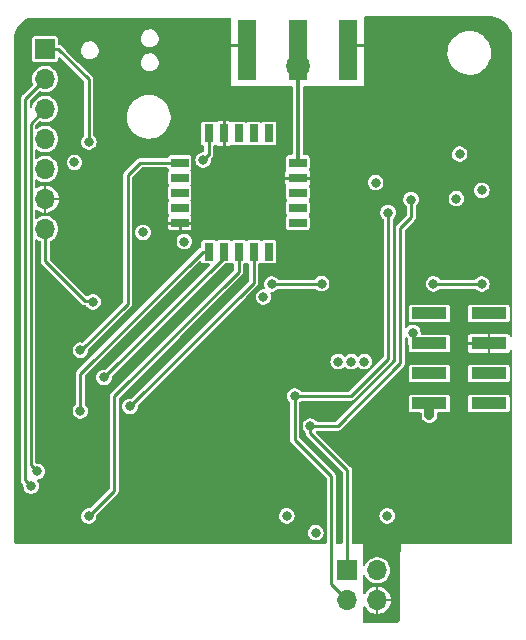
<source format=gbl>
G04 #@! TF.GenerationSoftware,KiCad,Pcbnew,7.0.7*
G04 #@! TF.CreationDate,2023-11-02T17:18:48+01:00*
G04 #@! TF.ProjectId,ithowifi_4l,6974686f-7769-4666-995f-346c2e6b6963,rev?*
G04 #@! TF.SameCoordinates,Original*
G04 #@! TF.FileFunction,Copper,L4,Bot*
G04 #@! TF.FilePolarity,Positive*
%FSLAX46Y46*%
G04 Gerber Fmt 4.6, Leading zero omitted, Abs format (unit mm)*
G04 Created by KiCad (PCBNEW 7.0.7) date 2023-11-02 17:18:48*
%MOMM*%
%LPD*%
G01*
G04 APERTURE LIST*
G04 #@! TA.AperFunction,ComponentPad*
%ADD10R,1.700000X1.700000*%
G04 #@! TD*
G04 #@! TA.AperFunction,ComponentPad*
%ADD11O,1.700000X1.700000*%
G04 #@! TD*
G04 #@! TA.AperFunction,ComponentPad*
%ADD12C,2.000000*%
G04 #@! TD*
G04 #@! TA.AperFunction,SMDPad,CuDef*
%ADD13R,3.000000X1.000000*%
G04 #@! TD*
G04 #@! TA.AperFunction,SMDPad,CuDef*
%ADD14R,1.500000X5.080000*%
G04 #@! TD*
G04 #@! TA.AperFunction,SMDPad,CuDef*
%ADD15R,0.800000X1.500000*%
G04 #@! TD*
G04 #@! TA.AperFunction,SMDPad,CuDef*
%ADD16R,1.500000X0.800000*%
G04 #@! TD*
G04 #@! TA.AperFunction,ViaPad*
%ADD17C,0.800000*%
G04 #@! TD*
G04 #@! TA.AperFunction,Conductor*
%ADD18C,0.254000*%
G04 #@! TD*
G04 #@! TA.AperFunction,Conductor*
%ADD19C,0.250000*%
G04 #@! TD*
G04 #@! TA.AperFunction,Conductor*
%ADD20C,0.355600*%
G04 #@! TD*
G04 #@! TA.AperFunction,Conductor*
%ADD21C,0.812800*%
G04 #@! TD*
G04 APERTURE END LIST*
D10*
X85725000Y-107797600D03*
D11*
X85725000Y-110337600D03*
X85725000Y-112877600D03*
X85725000Y-115417600D03*
X85725000Y-117957600D03*
X85725000Y-120497600D03*
X85725000Y-123037600D03*
D10*
X111292000Y-151928000D03*
D11*
X113832000Y-151928000D03*
X111292000Y-154468000D03*
X113832000Y-154468000D03*
D12*
X107100780Y-109251460D03*
D13*
X123293500Y-137807500D03*
X118253500Y-137807500D03*
X123293500Y-135267500D03*
X118253500Y-135267500D03*
X123293500Y-132727500D03*
X118253500Y-132727500D03*
X123293500Y-130187500D03*
X118253500Y-130187500D03*
D14*
X107100000Y-107848400D03*
X102850000Y-107848400D03*
X111350000Y-107848400D03*
D15*
X99560000Y-114950000D03*
X100829990Y-114950000D03*
X102100000Y-114950000D03*
X103370000Y-114950000D03*
X104640000Y-114950000D03*
D16*
X107100000Y-117410000D03*
X107100000Y-118679990D03*
X107100000Y-119950000D03*
X107100000Y-121220000D03*
X107100000Y-122490000D03*
D15*
X104640000Y-124950000D03*
X103370000Y-124950000D03*
X102100000Y-124950000D03*
X100829990Y-124950000D03*
X99560000Y-124950000D03*
D16*
X97100000Y-122490000D03*
X97100000Y-121220000D03*
X97100000Y-119950000D03*
X97100000Y-118679990D03*
X97100000Y-117410000D03*
D17*
X100700000Y-107442000D03*
X100700000Y-105918000D03*
X100700000Y-110871000D03*
X100700000Y-112500000D03*
X100700000Y-109093000D03*
X113500000Y-110871000D03*
X102432000Y-138568000D03*
X111632000Y-124053600D03*
X112732000Y-124053600D03*
X110532000Y-124053600D03*
X86741000Y-128270000D03*
X113500000Y-105918000D03*
X113500000Y-107442000D03*
X113500000Y-109093000D03*
X123300000Y-134010000D03*
X105900000Y-114200000D03*
X109100000Y-117450000D03*
X102852000Y-132715000D03*
X113792000Y-143764000D03*
X105300000Y-117400000D03*
X104278000Y-112500000D03*
X113500000Y-112500000D03*
X96647000Y-139750800D03*
X108271000Y-112500000D03*
X106172000Y-148590000D03*
X89154000Y-148590000D03*
X96647000Y-142798800D03*
X98171000Y-142798800D03*
X111849000Y-112500000D03*
X114681000Y-144780000D03*
X123290000Y-131440000D03*
X113792000Y-145796000D03*
X110071000Y-112500000D03*
X102500000Y-112500000D03*
X108300000Y-114200000D03*
X95148400Y-142798800D03*
X96647000Y-141274800D03*
X108329000Y-115900000D03*
X105800000Y-112500000D03*
X106000000Y-115900000D03*
X95148400Y-141274800D03*
X95148400Y-139750800D03*
X98171000Y-139750800D03*
X98171000Y-141274800D03*
X122682000Y-127698500D03*
X116849988Y-131800000D03*
X118595683Y-127676183D03*
X106172000Y-147320000D03*
X99100000Y-117200000D03*
X111632000Y-134268000D03*
X112732000Y-134268000D03*
X110532000Y-134268000D03*
X122682000Y-119761000D03*
X108631500Y-148751000D03*
X113700000Y-119100000D03*
X97500000Y-124100000D03*
X94000000Y-123317000D03*
X104200000Y-128800000D03*
X88200000Y-117400000D03*
X114681000Y-147320000D03*
X120813090Y-116686900D03*
X120532000Y-120468000D03*
X89407998Y-115671600D03*
X89400000Y-147350000D03*
X92900000Y-138050000D03*
X88700000Y-138450000D03*
X90700000Y-135600000D03*
X88700000Y-133300000D03*
X104900000Y-127700000D03*
X109132000Y-127668006D03*
X85039200Y-143560804D03*
X84531209Y-144805391D03*
X106849400Y-137185400D03*
X114750008Y-121650000D03*
X108174600Y-139725400D03*
X116697000Y-120539000D03*
X118250000Y-138800000D03*
X89775000Y-129200000D03*
D18*
X107100000Y-118679990D02*
X108679990Y-118679990D01*
X100829990Y-114950000D02*
X100829990Y-113629990D01*
X113500000Y-107442000D02*
X111756400Y-107442000D01*
X97100000Y-122490000D02*
X97100000Y-123300000D01*
X111756400Y-107442000D02*
X111350000Y-107848400D01*
X107100000Y-118679990D02*
X105520010Y-118679990D01*
X100829990Y-114950000D02*
X100829990Y-116270010D01*
X100700000Y-107442000D02*
X102443600Y-107442000D01*
X102443600Y-107442000D02*
X102850000Y-107848400D01*
X100800000Y-114920010D02*
X100829990Y-114950000D01*
X98490000Y-122490000D02*
X95710000Y-122490000D01*
X97100000Y-122490000D02*
X98490000Y-122490000D01*
X118618000Y-127698500D02*
X122682000Y-127698500D01*
X116849988Y-131800000D02*
X116849988Y-132727500D01*
X116849988Y-132727500D02*
X118253500Y-132727500D01*
X118595683Y-127676183D02*
X118618000Y-127698500D01*
X99540000Y-116760000D02*
X99560000Y-116760000D01*
X99100000Y-117200000D02*
X99540000Y-116760000D01*
X99560000Y-114950000D02*
X99560000Y-116760000D01*
X86829000Y-107797600D02*
X89407998Y-110376598D01*
X89407998Y-110376598D02*
X89407998Y-115671600D01*
X85725000Y-107797600D02*
X86829000Y-107797600D01*
D19*
X102100000Y-124950000D02*
X102100000Y-126650000D01*
X102100000Y-126650000D02*
X91550000Y-137200000D01*
X91550000Y-137200000D02*
X91550000Y-145200000D01*
X91550000Y-145200000D02*
X89400000Y-147350000D01*
X103370000Y-127580000D02*
X92900000Y-138050000D01*
X103370000Y-124950000D02*
X103370000Y-127580000D01*
D18*
X99560000Y-124950000D02*
X99050000Y-124950000D01*
X88700000Y-135300000D02*
X88700000Y-138450000D01*
X99050000Y-124950000D02*
X88700000Y-135300000D01*
X100829990Y-125470010D02*
X90700000Y-135600000D01*
X100829990Y-124950000D02*
X100829990Y-125470010D01*
X92700000Y-129350000D02*
X88750000Y-133300000D01*
X93790000Y-117410000D02*
X92700000Y-118500000D01*
X97100000Y-117410000D02*
X93790000Y-117410000D01*
X88750000Y-133300000D02*
X88700000Y-133300000D01*
X92700000Y-118500000D02*
X92700000Y-129350000D01*
X109132000Y-127668006D02*
X109100006Y-127700000D01*
X109100006Y-127700000D02*
X104900000Y-127700000D01*
D19*
X84498611Y-114103989D02*
X84498611Y-143020215D01*
X85725000Y-112877600D02*
X84498611Y-114103989D01*
X85039200Y-143560804D02*
X84498611Y-143020215D01*
X85725000Y-110337600D02*
X84048600Y-112014000D01*
X84048600Y-144322782D02*
X84531209Y-144805391D01*
X84048600Y-112014000D02*
X84048600Y-144322782D01*
D20*
X107100000Y-117410000D02*
X107100000Y-107848400D01*
X107100780Y-117409220D02*
X107100000Y-117410000D01*
D18*
X111614600Y-137185400D02*
X114750008Y-134049992D01*
X109932000Y-153108000D02*
X109932000Y-143968000D01*
X109932000Y-143968000D02*
X106849400Y-140885400D01*
X106849400Y-140885400D02*
X106849400Y-137185400D01*
X106849400Y-137185400D02*
X111614600Y-137185400D01*
X111292000Y-154468000D02*
X109932000Y-153108000D01*
X114750008Y-134049992D02*
X114750008Y-121650000D01*
X111292000Y-143428000D02*
X108174600Y-140310600D01*
X108174600Y-140310600D02*
X108174600Y-139725400D01*
X116697000Y-120539000D02*
X116697000Y-122053000D01*
X115800000Y-122950000D02*
X115800000Y-134400000D01*
X110474600Y-139725400D02*
X108174600Y-139725400D01*
X115800000Y-134400000D02*
X110474600Y-139725400D01*
X111292000Y-151928000D02*
X111292000Y-143428000D01*
X116697000Y-122053000D02*
X115800000Y-122950000D01*
D21*
X118253500Y-138796500D02*
X118250000Y-138800000D01*
X118253500Y-137807500D02*
X118253500Y-138796500D01*
D19*
X89050000Y-129100000D02*
X89775000Y-129100000D01*
X85725000Y-123037600D02*
X85725000Y-125775000D01*
X85725000Y-125775000D02*
X89050000Y-129100000D01*
G04 #@! TA.AperFunction,Conductor*
G36*
X123493838Y-105029108D02*
G01*
X123561676Y-105033553D01*
X123583172Y-105034962D01*
X123589680Y-105035818D01*
X123833332Y-105084284D01*
X123839681Y-105085985D01*
X124074917Y-105165836D01*
X124080996Y-105168355D01*
X124303789Y-105278223D01*
X124309493Y-105281516D01*
X124516040Y-105419527D01*
X124521253Y-105423527D01*
X124708023Y-105587318D01*
X124712679Y-105591974D01*
X124876471Y-105778744D01*
X124880472Y-105783959D01*
X125018483Y-105990506D01*
X125021776Y-105996210D01*
X125131644Y-106219003D01*
X125134165Y-106225088D01*
X125214011Y-106460306D01*
X125215715Y-106466668D01*
X125264177Y-106710299D01*
X125265037Y-106716829D01*
X125281391Y-106966360D01*
X125281499Y-106969651D01*
X125281500Y-132101214D01*
X125262287Y-132160345D01*
X125211987Y-132196890D01*
X125149813Y-132196890D01*
X125099513Y-132160345D01*
X125088872Y-132141849D01*
X125049316Y-132052265D01*
X124968734Y-131971683D01*
X124864494Y-131925656D01*
X124839018Y-131922700D01*
X123395100Y-131922700D01*
X123395100Y-133532299D01*
X124839006Y-133532299D01*
X124839020Y-133532298D01*
X124864492Y-133529343D01*
X124864496Y-133529342D01*
X124968734Y-133483316D01*
X125049316Y-133402734D01*
X125088872Y-133313151D01*
X125130332Y-133266819D01*
X125191108Y-133253705D01*
X125247984Y-133278819D01*
X125279237Y-133332567D01*
X125281500Y-133353786D01*
X125281500Y-149464702D01*
X125281069Y-149471275D01*
X125267912Y-149571207D01*
X125261119Y-149596564D01*
X125257258Y-149605888D01*
X125216884Y-149653170D01*
X125164312Y-149668000D01*
X115832000Y-149668000D01*
X115832000Y-150214526D01*
X115822038Y-150258173D01*
X115809105Y-150285030D01*
X115781500Y-150405972D01*
X115781500Y-150457955D01*
X115781499Y-155964709D01*
X115781068Y-155971282D01*
X115767912Y-156071207D01*
X115761115Y-156096574D01*
X115726347Y-156180512D01*
X115713216Y-156203256D01*
X115657906Y-156275337D01*
X115639337Y-156293906D01*
X115567256Y-156349216D01*
X115544512Y-156362347D01*
X115460574Y-156397115D01*
X115435207Y-156403912D01*
X115350910Y-156415010D01*
X115335272Y-156417069D01*
X115328702Y-156417500D01*
X112732600Y-156417500D01*
X112673469Y-156398287D01*
X112636924Y-156347987D01*
X112632000Y-156316900D01*
X112632000Y-155076557D01*
X112651213Y-155017426D01*
X112701513Y-154980881D01*
X112763687Y-154980881D01*
X112813987Y-155017426D01*
X112822653Y-155031716D01*
X112845958Y-155078519D01*
X112845961Y-155078523D01*
X112974937Y-155249317D01*
X113133086Y-155393490D01*
X113133095Y-155393496D01*
X113315055Y-155506162D01*
X113315059Y-155506164D01*
X113514618Y-155583473D01*
X113724990Y-155622800D01*
X113730400Y-155622800D01*
X113730400Y-155068600D01*
X113749613Y-155009469D01*
X113799913Y-154972924D01*
X113831000Y-154968000D01*
X113833000Y-154968000D01*
X113892131Y-154987213D01*
X113928676Y-155037513D01*
X113933600Y-155068600D01*
X113933600Y-155622800D01*
X113939010Y-155622800D01*
X114149381Y-155583473D01*
X114348940Y-155506164D01*
X114348944Y-155506162D01*
X114530904Y-155393496D01*
X114530913Y-155393490D01*
X114689062Y-155249317D01*
X114818038Y-155078523D01*
X114818039Y-155078523D01*
X114913430Y-154886953D01*
X114972000Y-154681102D01*
X114982332Y-154569600D01*
X114432600Y-154569600D01*
X114373469Y-154550387D01*
X114336924Y-154500087D01*
X114332000Y-154469000D01*
X114332000Y-154467000D01*
X114351213Y-154407869D01*
X114401513Y-154371324D01*
X114432600Y-154366400D01*
X114982331Y-154366400D01*
X114972000Y-154254897D01*
X114913430Y-154049046D01*
X114818039Y-153857476D01*
X114689062Y-153686682D01*
X114530913Y-153542509D01*
X114530904Y-153542503D01*
X114348944Y-153429837D01*
X114348940Y-153429835D01*
X114149381Y-153352526D01*
X113939010Y-153313200D01*
X113933600Y-153313200D01*
X113933600Y-153867400D01*
X113914387Y-153926531D01*
X113864087Y-153963076D01*
X113833000Y-153968000D01*
X113831000Y-153968000D01*
X113771869Y-153948787D01*
X113735324Y-153898487D01*
X113730400Y-153867400D01*
X113730400Y-153313200D01*
X113724990Y-153313200D01*
X113514618Y-153352526D01*
X113315059Y-153429835D01*
X113315055Y-153429837D01*
X113133095Y-153542503D01*
X113133086Y-153542509D01*
X112974937Y-153686682D01*
X112845961Y-153857476D01*
X112845960Y-153857476D01*
X112822653Y-153904284D01*
X112779097Y-153948652D01*
X112717781Y-153958945D01*
X112662125Y-153931231D01*
X112633388Y-153876096D01*
X112632000Y-153859442D01*
X112632000Y-152423712D01*
X112651213Y-152364581D01*
X112701513Y-152328036D01*
X112763687Y-152328036D01*
X112813987Y-152364581D01*
X112822653Y-152378870D01*
X112888909Y-152511930D01*
X112888910Y-152511931D01*
X112888912Y-152511935D01*
X113012268Y-152675285D01*
X113163528Y-152813178D01*
X113163532Y-152813181D01*
X113163538Y-152813186D01*
X113337573Y-152920944D01*
X113528444Y-152994888D01*
X113577824Y-153004118D01*
X113729651Y-153032500D01*
X113729653Y-153032500D01*
X113934348Y-153032500D01*
X114013339Y-153017734D01*
X114135556Y-152994888D01*
X114326427Y-152920944D01*
X114500462Y-152813186D01*
X114651732Y-152675285D01*
X114775088Y-152511935D01*
X114866328Y-152328701D01*
X114922345Y-152131821D01*
X114941232Y-151928000D01*
X114922345Y-151724179D01*
X114866328Y-151527299D01*
X114775088Y-151344065D01*
X114651732Y-151180715D01*
X114651731Y-151180714D01*
X114500471Y-151042821D01*
X114500466Y-151042817D01*
X114500462Y-151042814D01*
X114326427Y-150935056D01*
X114326423Y-150935054D01*
X114135554Y-150861111D01*
X114135549Y-150861110D01*
X113934349Y-150823500D01*
X113934347Y-150823500D01*
X113729653Y-150823500D01*
X113729651Y-150823500D01*
X113528450Y-150861110D01*
X113528445Y-150861111D01*
X113337576Y-150935054D01*
X113337572Y-150935056D01*
X113267087Y-150978699D01*
X113163538Y-151042814D01*
X113163536Y-151042815D01*
X113163537Y-151042815D01*
X113163528Y-151042821D01*
X113012268Y-151180714D01*
X112888910Y-151344068D01*
X112888909Y-151344069D01*
X112822653Y-151477129D01*
X112779097Y-151521497D01*
X112717781Y-151531790D01*
X112662125Y-151504076D01*
X112633388Y-151448941D01*
X112632000Y-151432287D01*
X112632000Y-149668000D01*
X111774100Y-149668000D01*
X111714969Y-149648787D01*
X111678424Y-149598487D01*
X111673500Y-149567400D01*
X111673500Y-147320000D01*
X114021693Y-147320000D01*
X114040851Y-147477782D01*
X114097213Y-147626395D01*
X114187502Y-147757201D01*
X114187503Y-147757202D01*
X114187504Y-147757203D01*
X114187505Y-147757204D01*
X114306468Y-147862597D01*
X114306469Y-147862598D01*
X114306471Y-147862599D01*
X114447207Y-147936463D01*
X114601529Y-147974500D01*
X114601533Y-147974500D01*
X114760467Y-147974500D01*
X114760471Y-147974500D01*
X114914793Y-147936463D01*
X115055529Y-147862599D01*
X115174498Y-147757201D01*
X115264787Y-147626395D01*
X115321149Y-147477782D01*
X115340307Y-147320000D01*
X115321149Y-147162218D01*
X115264787Y-147013605D01*
X115174498Y-146882799D01*
X115174495Y-146882796D01*
X115174494Y-146882795D01*
X115055531Y-146777402D01*
X115055530Y-146777401D01*
X114914795Y-146703538D01*
X114914794Y-146703537D01*
X114914793Y-146703537D01*
X114836546Y-146684251D01*
X114760473Y-146665500D01*
X114760471Y-146665500D01*
X114601529Y-146665500D01*
X114601526Y-146665500D01*
X114487415Y-146693626D01*
X114447207Y-146703537D01*
X114447206Y-146703537D01*
X114447204Y-146703538D01*
X114306469Y-146777401D01*
X114306468Y-146777402D01*
X114187505Y-146882795D01*
X114187504Y-146882796D01*
X114097212Y-147013606D01*
X114085835Y-147043605D01*
X114040851Y-147162218D01*
X114021693Y-147320000D01*
X111673500Y-147320000D01*
X111673500Y-143478001D01*
X111675641Y-143457354D01*
X111678445Y-143443981D01*
X111673887Y-143407417D01*
X111673500Y-143401188D01*
X111673500Y-143396391D01*
X111673499Y-143396379D01*
X111669596Y-143372997D01*
X111662696Y-143317643D01*
X111662696Y-143317639D01*
X111662692Y-143317632D01*
X111660413Y-143309975D01*
X111657816Y-143302408D01*
X111631839Y-143254410D01*
X111631272Y-143253362D01*
X111606776Y-143203254D01*
X111602121Y-143196734D01*
X111597219Y-143190436D01*
X111575915Y-143170825D01*
X111556180Y-143152658D01*
X108685735Y-140282213D01*
X108657511Y-140226818D01*
X108667237Y-140165410D01*
X108674089Y-140153921D01*
X108675280Y-140152195D01*
X108676566Y-140150334D01*
X108725977Y-140112595D01*
X108759345Y-140106900D01*
X110424599Y-140106900D01*
X110445243Y-140109040D01*
X110458617Y-140111845D01*
X110495182Y-140107286D01*
X110501411Y-140106900D01*
X110506209Y-140106900D01*
X110506211Y-140106900D01*
X110506213Y-140106899D01*
X110506220Y-140106899D01*
X110523768Y-140103969D01*
X110529604Y-140102996D01*
X110584960Y-140096096D01*
X110584966Y-140096092D01*
X110592612Y-140093817D01*
X110600180Y-140091218D01*
X110600186Y-140091218D01*
X110649241Y-140064670D01*
X110699346Y-140040176D01*
X110699349Y-140040172D01*
X110705860Y-140035523D01*
X110712155Y-140030623D01*
X110712162Y-140030620D01*
X110749941Y-139989580D01*
X112406956Y-138332565D01*
X116499000Y-138332565D01*
X116513766Y-138406801D01*
X116513767Y-138406804D01*
X116570014Y-138490982D01*
X116570015Y-138490983D01*
X116570016Y-138490984D01*
X116654199Y-138547234D01*
X116728433Y-138562000D01*
X117492000Y-138561999D01*
X117551131Y-138581212D01*
X117587676Y-138631512D01*
X117592600Y-138662599D01*
X117592600Y-138711700D01*
X117590952Y-138729834D01*
X117585460Y-138759803D01*
X117585459Y-138759804D01*
X117595150Y-138919998D01*
X117595151Y-138920008D01*
X117642897Y-139073230D01*
X117642898Y-139073232D01*
X117642899Y-139073234D01*
X117664482Y-139108937D01*
X117711765Y-139187154D01*
X117725929Y-139210583D01*
X117839417Y-139324071D01*
X117976766Y-139407101D01*
X118129994Y-139454849D01*
X118242136Y-139461632D01*
X118290194Y-139464540D01*
X118290194Y-139464539D01*
X118290197Y-139464540D01*
X118320165Y-139459047D01*
X118327732Y-139458360D01*
X118327705Y-139458134D01*
X118333747Y-139457400D01*
X118333748Y-139457400D01*
X118339015Y-139456101D01*
X118345584Y-139454482D01*
X118348546Y-139453845D01*
X118448064Y-139435609D01*
X118471094Y-139425243D01*
X118488300Y-139419306D01*
X118489580Y-139418991D01*
X118515897Y-139405178D01*
X118518602Y-139403862D01*
X118529019Y-139399173D01*
X118594420Y-139369739D01*
X118609543Y-139357889D01*
X118624838Y-139348001D01*
X118631691Y-139344405D01*
X118668287Y-139311982D01*
X118670602Y-139310052D01*
X118689060Y-139295593D01*
X118705636Y-139279016D01*
X118707812Y-139276967D01*
X118751824Y-139237977D01*
X118785213Y-139189604D01*
X118786987Y-139187190D01*
X118823239Y-139140920D01*
X118827770Y-139130850D01*
X118836719Y-139114983D01*
X118842996Y-139105891D01*
X118863831Y-139050950D01*
X118864991Y-139048150D01*
X118889109Y-138994564D01*
X118891101Y-138983687D01*
X118895990Y-138966154D01*
X118899908Y-138955825D01*
X118906990Y-138897492D01*
X118907439Y-138894534D01*
X118918040Y-138836697D01*
X118914489Y-138778005D01*
X118914399Y-138775042D01*
X118914399Y-138662597D01*
X118933612Y-138603468D01*
X118983912Y-138566923D01*
X119014999Y-138561999D01*
X119778566Y-138561999D01*
X119852801Y-138547234D01*
X119936984Y-138490984D01*
X119993234Y-138406801D01*
X120008000Y-138332567D01*
X120008000Y-138332565D01*
X121539000Y-138332565D01*
X121553766Y-138406801D01*
X121553767Y-138406804D01*
X121610014Y-138490982D01*
X121610015Y-138490983D01*
X121610016Y-138490984D01*
X121694199Y-138547234D01*
X121768433Y-138562000D01*
X124818566Y-138561999D01*
X124892801Y-138547234D01*
X124976984Y-138490984D01*
X125033234Y-138406801D01*
X125048000Y-138332567D01*
X125047999Y-137282434D01*
X125033234Y-137208199D01*
X125033232Y-137208197D01*
X125033232Y-137208195D01*
X124976985Y-137124017D01*
X124976983Y-137124015D01*
X124892802Y-137067767D01*
X124892801Y-137067766D01*
X124892800Y-137067765D01*
X124892799Y-137067765D01*
X124836998Y-137056666D01*
X124818567Y-137053000D01*
X124818566Y-137053000D01*
X121768434Y-137053000D01*
X121694198Y-137067766D01*
X121694195Y-137067767D01*
X121610017Y-137124014D01*
X121610015Y-137124016D01*
X121553765Y-137208200D01*
X121539000Y-137282433D01*
X121539000Y-138332565D01*
X120008000Y-138332565D01*
X120007999Y-137282434D01*
X119993234Y-137208199D01*
X119993232Y-137208197D01*
X119993232Y-137208195D01*
X119936985Y-137124017D01*
X119936983Y-137124015D01*
X119852802Y-137067767D01*
X119852801Y-137067766D01*
X119852800Y-137067765D01*
X119852799Y-137067765D01*
X119796998Y-137056666D01*
X119778567Y-137053000D01*
X119778566Y-137053000D01*
X116728434Y-137053000D01*
X116654198Y-137067766D01*
X116654195Y-137067767D01*
X116570017Y-137124014D01*
X116570015Y-137124016D01*
X116513765Y-137208200D01*
X116499000Y-137282433D01*
X116499000Y-138332565D01*
X112406956Y-138332565D01*
X114946956Y-135792565D01*
X116499000Y-135792565D01*
X116513766Y-135866801D01*
X116513767Y-135866804D01*
X116570014Y-135950982D01*
X116570015Y-135950983D01*
X116570016Y-135950984D01*
X116654199Y-136007234D01*
X116728433Y-136022000D01*
X119778566Y-136021999D01*
X119852801Y-136007234D01*
X119936984Y-135950984D01*
X119993234Y-135866801D01*
X120008000Y-135792567D01*
X120008000Y-135792565D01*
X121539000Y-135792565D01*
X121553766Y-135866801D01*
X121553767Y-135866804D01*
X121610014Y-135950982D01*
X121610015Y-135950983D01*
X121610016Y-135950984D01*
X121694199Y-136007234D01*
X121768433Y-136022000D01*
X124818566Y-136021999D01*
X124892801Y-136007234D01*
X124976984Y-135950984D01*
X125033234Y-135866801D01*
X125048000Y-135792567D01*
X125047999Y-134742434D01*
X125033234Y-134668199D01*
X125033232Y-134668197D01*
X125033232Y-134668195D01*
X124976985Y-134584017D01*
X124976983Y-134584015D01*
X124892802Y-134527767D01*
X124892801Y-134527766D01*
X124892800Y-134527765D01*
X124892799Y-134527765D01*
X124835720Y-134516412D01*
X124818567Y-134513000D01*
X124818566Y-134513000D01*
X121768434Y-134513000D01*
X121694198Y-134527766D01*
X121694195Y-134527767D01*
X121610017Y-134584014D01*
X121610015Y-134584016D01*
X121553765Y-134668200D01*
X121539000Y-134742433D01*
X121539000Y-135792565D01*
X120008000Y-135792565D01*
X120007999Y-134742434D01*
X119993234Y-134668199D01*
X119993232Y-134668197D01*
X119993232Y-134668195D01*
X119936985Y-134584017D01*
X119936983Y-134584015D01*
X119852802Y-134527767D01*
X119852801Y-134527766D01*
X119852800Y-134527765D01*
X119852799Y-134527765D01*
X119795720Y-134516412D01*
X119778567Y-134513000D01*
X119778566Y-134513000D01*
X116728434Y-134513000D01*
X116654198Y-134527766D01*
X116654195Y-134527767D01*
X116570017Y-134584014D01*
X116570015Y-134584016D01*
X116513765Y-134668200D01*
X116499000Y-134742433D01*
X116499000Y-135792565D01*
X114946956Y-135792565D01*
X116034410Y-134705111D01*
X116050516Y-134692032D01*
X116061956Y-134684560D01*
X116084601Y-134655463D01*
X116088709Y-134650812D01*
X116092114Y-134647409D01*
X116099000Y-134637762D01*
X116105901Y-134628099D01*
X116140156Y-134584088D01*
X116143960Y-134577057D01*
X116147470Y-134569876D01*
X116147475Y-134569870D01*
X116163389Y-134516413D01*
X116181500Y-134463661D01*
X116181499Y-134463660D01*
X116182817Y-134455766D01*
X116183805Y-134447839D01*
X116181500Y-134392115D01*
X116181500Y-132304938D01*
X116200713Y-132245807D01*
X116251013Y-132209262D01*
X116313187Y-132209262D01*
X116351103Y-132234104D01*
X116351935Y-132233166D01*
X116434598Y-132306399D01*
X116466118Y-132359991D01*
X116468488Y-132381699D01*
X116468488Y-132709644D01*
X116468316Y-132713800D01*
X116464533Y-132759438D01*
X116475778Y-132803843D01*
X116476632Y-132807913D01*
X116484170Y-132853087D01*
X116485870Y-132856229D01*
X116494908Y-132879386D01*
X116495917Y-132883367D01*
X116499000Y-132908083D01*
X116499000Y-133252565D01*
X116513766Y-133326801D01*
X116513767Y-133326804D01*
X116570014Y-133410982D01*
X116570015Y-133410983D01*
X116570016Y-133410984D01*
X116654199Y-133467234D01*
X116728433Y-133482000D01*
X119778566Y-133481999D01*
X119852801Y-133467234D01*
X119936984Y-133410984D01*
X119993234Y-133326801D01*
X120003934Y-133273006D01*
X121488700Y-133273006D01*
X121488701Y-133273020D01*
X121491656Y-133298492D01*
X121491657Y-133298496D01*
X121537683Y-133402734D01*
X121618265Y-133483316D01*
X121722505Y-133529343D01*
X121747985Y-133532299D01*
X123191898Y-133532299D01*
X123191899Y-133532298D01*
X123191900Y-132829100D01*
X121488701Y-132829100D01*
X121488700Y-133273006D01*
X120003934Y-133273006D01*
X120008000Y-133252567D01*
X120007999Y-132625900D01*
X121488700Y-132625900D01*
X123191899Y-132625900D01*
X123191899Y-131922700D01*
X121747994Y-131922700D01*
X121747979Y-131922701D01*
X121722507Y-131925656D01*
X121722503Y-131925657D01*
X121618265Y-131971683D01*
X121537683Y-132052265D01*
X121491656Y-132156505D01*
X121488700Y-132181981D01*
X121488700Y-132625900D01*
X120007999Y-132625900D01*
X120007999Y-132202434D01*
X119993234Y-132128199D01*
X119993232Y-132128197D01*
X119993232Y-132128195D01*
X119936985Y-132044017D01*
X119936983Y-132044015D01*
X119895178Y-132016082D01*
X119852801Y-131987766D01*
X119852800Y-131987765D01*
X119852799Y-131987765D01*
X119796998Y-131976666D01*
X119778567Y-131973000D01*
X119778566Y-131973000D01*
X117601843Y-131973000D01*
X117542712Y-131953787D01*
X117506167Y-131903487D01*
X117501976Y-131860274D01*
X117509295Y-131800000D01*
X117490137Y-131642218D01*
X117433775Y-131493605D01*
X117343486Y-131362799D01*
X117343483Y-131362796D01*
X117343482Y-131362795D01*
X117224519Y-131257402D01*
X117224518Y-131257401D01*
X117083783Y-131183538D01*
X117083782Y-131183537D01*
X117083781Y-131183537D01*
X117005534Y-131164251D01*
X116929461Y-131145500D01*
X116929459Y-131145500D01*
X116770517Y-131145500D01*
X116770514Y-131145500D01*
X116656403Y-131173626D01*
X116616195Y-131183537D01*
X116616194Y-131183537D01*
X116616192Y-131183538D01*
X116475457Y-131257401D01*
X116475456Y-131257402D01*
X116351935Y-131366834D01*
X116350858Y-131365619D01*
X116303802Y-131393292D01*
X116241919Y-131387288D01*
X116195383Y-131346056D01*
X116181500Y-131295061D01*
X116181500Y-130712565D01*
X116499000Y-130712565D01*
X116513766Y-130786801D01*
X116513767Y-130786804D01*
X116570014Y-130870982D01*
X116570015Y-130870983D01*
X116570016Y-130870984D01*
X116654199Y-130927234D01*
X116728433Y-130942000D01*
X119778566Y-130941999D01*
X119852801Y-130927234D01*
X119936984Y-130870984D01*
X119993234Y-130786801D01*
X120008000Y-130712567D01*
X120008000Y-130712565D01*
X121539000Y-130712565D01*
X121553766Y-130786801D01*
X121553767Y-130786804D01*
X121610014Y-130870982D01*
X121610015Y-130870983D01*
X121610016Y-130870984D01*
X121694199Y-130927234D01*
X121768433Y-130942000D01*
X124818566Y-130941999D01*
X124892801Y-130927234D01*
X124976984Y-130870984D01*
X125033234Y-130786801D01*
X125048000Y-130712567D01*
X125047999Y-129662434D01*
X125033234Y-129588199D01*
X125033232Y-129588197D01*
X125033232Y-129588195D01*
X124976985Y-129504017D01*
X124976983Y-129504015D01*
X124920712Y-129466416D01*
X124892801Y-129447766D01*
X124892800Y-129447765D01*
X124892799Y-129447765D01*
X124836998Y-129436666D01*
X124818567Y-129433000D01*
X124818566Y-129433000D01*
X121768434Y-129433000D01*
X121694198Y-129447766D01*
X121694195Y-129447767D01*
X121610017Y-129504014D01*
X121610015Y-129504016D01*
X121553765Y-129588200D01*
X121539000Y-129662433D01*
X121539000Y-130712565D01*
X120008000Y-130712565D01*
X120007999Y-129662434D01*
X119993234Y-129588199D01*
X119993232Y-129588197D01*
X119993232Y-129588195D01*
X119936985Y-129504017D01*
X119936983Y-129504015D01*
X119880712Y-129466416D01*
X119852801Y-129447766D01*
X119852800Y-129447765D01*
X119852799Y-129447765D01*
X119796998Y-129436666D01*
X119778567Y-129433000D01*
X119778566Y-129433000D01*
X116728434Y-129433000D01*
X116654198Y-129447766D01*
X116654195Y-129447767D01*
X116570017Y-129504014D01*
X116570015Y-129504016D01*
X116513765Y-129588200D01*
X116499000Y-129662433D01*
X116499000Y-130712565D01*
X116181500Y-130712565D01*
X116181500Y-127676183D01*
X117936376Y-127676183D01*
X117955534Y-127833965D01*
X118011896Y-127982578D01*
X118102185Y-128113384D01*
X118102186Y-128113385D01*
X118102187Y-128113386D01*
X118102188Y-128113387D01*
X118221151Y-128218780D01*
X118221152Y-128218781D01*
X118221154Y-128218782D01*
X118361890Y-128292646D01*
X118516212Y-128330683D01*
X118516216Y-128330683D01*
X118675150Y-128330683D01*
X118675154Y-128330683D01*
X118829476Y-128292646D01*
X118970212Y-128218782D01*
X119062294Y-128137204D01*
X119093736Y-128109349D01*
X119094667Y-128110400D01*
X119142324Y-128082370D01*
X119164033Y-128080000D01*
X122097255Y-128080000D01*
X122156386Y-128099213D01*
X122180046Y-128123452D01*
X122188496Y-128135694D01*
X122188505Y-128135704D01*
X122307468Y-128241097D01*
X122307469Y-128241098D01*
X122307471Y-128241099D01*
X122448207Y-128314963D01*
X122602529Y-128353000D01*
X122602533Y-128353000D01*
X122761467Y-128353000D01*
X122761471Y-128353000D01*
X122915793Y-128314963D01*
X123056529Y-128241099D01*
X123175498Y-128135701D01*
X123265787Y-128004895D01*
X123322149Y-127856282D01*
X123341307Y-127698500D01*
X123322149Y-127540718D01*
X123265787Y-127392105D01*
X123175498Y-127261299D01*
X123175495Y-127261296D01*
X123175494Y-127261295D01*
X123056531Y-127155902D01*
X123056530Y-127155901D01*
X122915795Y-127082038D01*
X122915794Y-127082037D01*
X122915793Y-127082037D01*
X122825254Y-127059721D01*
X122761473Y-127044000D01*
X122761471Y-127044000D01*
X122602529Y-127044000D01*
X122602526Y-127044000D01*
X122488415Y-127072126D01*
X122448207Y-127082037D01*
X122448206Y-127082037D01*
X122448204Y-127082038D01*
X122307469Y-127155901D01*
X122307468Y-127155902D01*
X122188505Y-127261295D01*
X122188496Y-127261305D01*
X122180046Y-127273548D01*
X122130644Y-127311298D01*
X122097255Y-127317000D01*
X119195831Y-127317000D01*
X119136700Y-127297787D01*
X119113040Y-127273548D01*
X119089181Y-127238982D01*
X119089178Y-127238979D01*
X119089177Y-127238978D01*
X118970214Y-127133585D01*
X118970213Y-127133584D01*
X118829478Y-127059721D01*
X118829477Y-127059720D01*
X118829476Y-127059720D01*
X118751229Y-127040434D01*
X118675156Y-127021683D01*
X118675154Y-127021683D01*
X118516212Y-127021683D01*
X118516209Y-127021683D01*
X118402097Y-127049809D01*
X118361890Y-127059720D01*
X118361889Y-127059720D01*
X118361887Y-127059721D01*
X118221152Y-127133584D01*
X118221151Y-127133585D01*
X118102188Y-127238978D01*
X118102187Y-127238979D01*
X118011895Y-127369789D01*
X117985167Y-127440266D01*
X117955534Y-127518401D01*
X117936376Y-127676183D01*
X116181500Y-127676183D01*
X116181500Y-123149692D01*
X116200713Y-123090561D01*
X116210965Y-123078557D01*
X116567622Y-122721900D01*
X116931410Y-122358111D01*
X116947516Y-122345032D01*
X116958956Y-122337560D01*
X116981595Y-122308471D01*
X116985716Y-122303805D01*
X116989114Y-122300409D01*
X117002898Y-122281101D01*
X117037158Y-122237085D01*
X117037158Y-122237082D01*
X117040944Y-122230087D01*
X117044470Y-122222875D01*
X117044475Y-122222869D01*
X117060388Y-122169417D01*
X117078500Y-122116661D01*
X117079816Y-122108776D01*
X117080805Y-122100838D01*
X117078500Y-122045106D01*
X117078500Y-121613073D01*
X117078500Y-121120695D01*
X117097712Y-121061568D01*
X117112380Y-121045407D01*
X117190498Y-120976201D01*
X117280787Y-120845395D01*
X117337149Y-120696782D01*
X117356307Y-120539000D01*
X117347686Y-120468000D01*
X119872693Y-120468000D01*
X119891851Y-120625782D01*
X119948213Y-120774395D01*
X120038502Y-120905201D01*
X120038503Y-120905202D01*
X120038504Y-120905203D01*
X120038505Y-120905204D01*
X120157468Y-121010597D01*
X120157469Y-121010598D01*
X120157471Y-121010599D01*
X120298207Y-121084463D01*
X120452529Y-121122500D01*
X120452533Y-121122500D01*
X120611467Y-121122500D01*
X120611471Y-121122500D01*
X120765793Y-121084463D01*
X120906529Y-121010599D01*
X121025498Y-120905201D01*
X121115787Y-120774395D01*
X121172149Y-120625782D01*
X121191307Y-120468000D01*
X121172149Y-120310218D01*
X121115787Y-120161605D01*
X121025498Y-120030799D01*
X121025495Y-120030796D01*
X121025494Y-120030795D01*
X120906531Y-119925402D01*
X120906530Y-119925401D01*
X120765795Y-119851538D01*
X120765794Y-119851537D01*
X120765793Y-119851537D01*
X120687547Y-119832251D01*
X120611473Y-119813500D01*
X120611471Y-119813500D01*
X120452529Y-119813500D01*
X120452526Y-119813500D01*
X120338414Y-119841626D01*
X120298207Y-119851537D01*
X120298206Y-119851537D01*
X120298204Y-119851538D01*
X120157469Y-119925401D01*
X120157468Y-119925402D01*
X120038505Y-120030795D01*
X120038504Y-120030796D01*
X119948212Y-120161606D01*
X119901606Y-120284497D01*
X119891851Y-120310218D01*
X119872693Y-120468000D01*
X117347686Y-120468000D01*
X117337149Y-120381218D01*
X117280787Y-120232605D01*
X117190498Y-120101799D01*
X117190495Y-120101796D01*
X117190494Y-120101795D01*
X117071531Y-119996402D01*
X117071530Y-119996401D01*
X116930795Y-119922538D01*
X116930794Y-119922537D01*
X116930793Y-119922537D01*
X116852547Y-119903251D01*
X116776473Y-119884500D01*
X116776471Y-119884500D01*
X116617529Y-119884500D01*
X116617526Y-119884500D01*
X116503414Y-119912626D01*
X116463207Y-119922537D01*
X116463206Y-119922537D01*
X116463204Y-119922538D01*
X116322469Y-119996401D01*
X116322468Y-119996402D01*
X116203505Y-120101795D01*
X116203504Y-120101796D01*
X116113212Y-120232606D01*
X116086288Y-120303599D01*
X116056851Y-120381218D01*
X116037693Y-120539000D01*
X116056851Y-120696782D01*
X116113213Y-120845395D01*
X116203502Y-120976201D01*
X116203503Y-120976202D01*
X116203504Y-120976203D01*
X116203505Y-120976204D01*
X116281610Y-121045399D01*
X116313130Y-121098991D01*
X116315500Y-121120699D01*
X116315500Y-121853306D01*
X116296287Y-121912437D01*
X116286035Y-121924441D01*
X115565592Y-122644883D01*
X115549484Y-122657964D01*
X115538045Y-122665437D01*
X115515408Y-122694520D01*
X115511288Y-122699187D01*
X115507888Y-122702588D01*
X115494099Y-122721900D01*
X115459840Y-122765917D01*
X115456038Y-122772942D01*
X115452525Y-122780128D01*
X115436610Y-122833586D01*
X115418500Y-122886338D01*
X115417184Y-122894224D01*
X115416194Y-122902161D01*
X115418500Y-122957884D01*
X115418500Y-134200307D01*
X115399287Y-134259438D01*
X115389035Y-134271442D01*
X110346042Y-139314435D01*
X110290644Y-139342661D01*
X110274907Y-139343900D01*
X108759345Y-139343900D01*
X108700214Y-139324687D01*
X108676554Y-139300448D01*
X108668103Y-139288205D01*
X108668094Y-139288195D01*
X108549131Y-139182802D01*
X108549130Y-139182801D01*
X108408395Y-139108938D01*
X108408394Y-139108937D01*
X108408393Y-139108937D01*
X108330146Y-139089651D01*
X108254073Y-139070900D01*
X108254071Y-139070900D01*
X108095129Y-139070900D01*
X108095126Y-139070900D01*
X107981014Y-139099026D01*
X107940807Y-139108937D01*
X107940806Y-139108937D01*
X107940804Y-139108938D01*
X107800069Y-139182801D01*
X107800068Y-139182802D01*
X107681105Y-139288195D01*
X107681104Y-139288196D01*
X107590812Y-139419006D01*
X107534451Y-139567617D01*
X107534451Y-139567618D01*
X107515293Y-139725400D01*
X107534451Y-139883182D01*
X107590813Y-140031795D01*
X107681102Y-140162601D01*
X107681103Y-140162602D01*
X107681104Y-140162603D01*
X107681105Y-140162604D01*
X107754524Y-140227648D01*
X107786044Y-140281240D01*
X107787641Y-140290501D01*
X107792713Y-140331180D01*
X107793100Y-140337409D01*
X107793100Y-140342212D01*
X107797003Y-140365604D01*
X107803903Y-140420957D01*
X107806186Y-140428626D01*
X107808781Y-140436186D01*
X107835329Y-140485241D01*
X107859824Y-140535346D01*
X107864477Y-140541863D01*
X107869379Y-140548161D01*
X107869380Y-140548162D01*
X107910419Y-140585941D01*
X110881036Y-143556558D01*
X110909261Y-143611954D01*
X110910500Y-143627691D01*
X110910500Y-149567400D01*
X110891287Y-149626531D01*
X110840987Y-149663076D01*
X110809900Y-149668000D01*
X110414100Y-149668000D01*
X110354969Y-149648787D01*
X110318424Y-149598487D01*
X110313500Y-149567400D01*
X110313500Y-144018002D01*
X110315641Y-143997355D01*
X110318445Y-143983982D01*
X110313887Y-143947418D01*
X110313500Y-143941189D01*
X110313500Y-143936394D01*
X110313500Y-143936389D01*
X110309595Y-143912993D01*
X110302696Y-143857640D01*
X110302694Y-143857635D01*
X110300423Y-143850007D01*
X110297819Y-143842423D01*
X110297818Y-143842414D01*
X110271276Y-143793368D01*
X110246777Y-143743254D01*
X110246774Y-143743251D01*
X110242118Y-143736730D01*
X110237223Y-143730441D01*
X110196192Y-143692669D01*
X107260365Y-140756842D01*
X107232139Y-140701444D01*
X107230900Y-140685707D01*
X107230900Y-139237976D01*
X107230900Y-137767095D01*
X107250112Y-137707968D01*
X107264780Y-137691807D01*
X107342898Y-137622601D01*
X107342903Y-137622594D01*
X107351354Y-137610352D01*
X107400756Y-137572602D01*
X107434145Y-137566900D01*
X111564599Y-137566900D01*
X111585243Y-137569040D01*
X111598617Y-137571845D01*
X111635182Y-137567286D01*
X111641411Y-137566900D01*
X111646209Y-137566900D01*
X111646211Y-137566900D01*
X111646213Y-137566899D01*
X111646220Y-137566899D01*
X111663768Y-137563969D01*
X111669604Y-137562996D01*
X111724960Y-137556096D01*
X111724966Y-137556092D01*
X111732612Y-137553817D01*
X111740180Y-137551218D01*
X111740186Y-137551218D01*
X111789241Y-137524670D01*
X111839346Y-137500176D01*
X111839349Y-137500172D01*
X111845860Y-137495523D01*
X111852155Y-137490623D01*
X111852162Y-137490620D01*
X111889941Y-137449580D01*
X114984418Y-134355103D01*
X115000524Y-134342024D01*
X115011964Y-134334552D01*
X115034603Y-134305463D01*
X115038724Y-134300797D01*
X115042122Y-134297401D01*
X115055906Y-134278093D01*
X115090166Y-134234077D01*
X115090166Y-134234074D01*
X115093952Y-134227079D01*
X115097478Y-134219867D01*
X115097483Y-134219861D01*
X115113396Y-134166409D01*
X115131508Y-134113653D01*
X115132824Y-134105768D01*
X115133813Y-134097830D01*
X115131508Y-134042098D01*
X115131508Y-122231699D01*
X115150721Y-122172568D01*
X115165398Y-122156399D01*
X115172005Y-122150544D01*
X115243506Y-122087201D01*
X115333795Y-121956395D01*
X115390157Y-121807782D01*
X115409315Y-121650000D01*
X115390157Y-121492218D01*
X115333795Y-121343605D01*
X115243506Y-121212799D01*
X115243503Y-121212796D01*
X115243502Y-121212795D01*
X115124539Y-121107402D01*
X115124538Y-121107401D01*
X114983803Y-121033538D01*
X114983802Y-121033537D01*
X114983801Y-121033537D01*
X114890730Y-121010597D01*
X114829481Y-120995500D01*
X114829479Y-120995500D01*
X114670537Y-120995500D01*
X114670534Y-120995500D01*
X114556422Y-121023626D01*
X114516215Y-121033537D01*
X114516214Y-121033537D01*
X114516212Y-121033538D01*
X114375477Y-121107401D01*
X114375476Y-121107402D01*
X114256513Y-121212795D01*
X114256512Y-121212796D01*
X114166220Y-121343606D01*
X114124752Y-121452949D01*
X114109859Y-121492218D01*
X114090701Y-121650000D01*
X114109859Y-121807782D01*
X114166221Y-121956395D01*
X114256510Y-122087201D01*
X114334618Y-122156400D01*
X114366137Y-122209992D01*
X114368507Y-122231699D01*
X114368507Y-133850299D01*
X114349294Y-133909430D01*
X114339042Y-133921434D01*
X111486042Y-136774435D01*
X111430644Y-136802661D01*
X111414907Y-136803900D01*
X107434145Y-136803900D01*
X107375014Y-136784687D01*
X107351354Y-136760448D01*
X107342903Y-136748205D01*
X107342894Y-136748195D01*
X107223931Y-136642802D01*
X107223930Y-136642801D01*
X107083195Y-136568938D01*
X107083194Y-136568937D01*
X107083193Y-136568937D01*
X107004947Y-136549651D01*
X106928873Y-136530900D01*
X106928871Y-136530900D01*
X106769929Y-136530900D01*
X106769926Y-136530900D01*
X106655814Y-136559026D01*
X106615607Y-136568937D01*
X106615606Y-136568937D01*
X106615604Y-136568938D01*
X106474869Y-136642801D01*
X106474868Y-136642802D01*
X106355905Y-136748195D01*
X106355904Y-136748196D01*
X106265612Y-136879006D01*
X106209251Y-137027618D01*
X106194099Y-137152411D01*
X106190093Y-137185400D01*
X106209251Y-137343182D01*
X106265613Y-137491795D01*
X106355902Y-137622601D01*
X106355903Y-137622602D01*
X106355904Y-137622603D01*
X106355905Y-137622604D01*
X106434010Y-137691799D01*
X106465530Y-137745391D01*
X106467900Y-137767099D01*
X106467900Y-140835399D01*
X106465759Y-140856045D01*
X106462954Y-140869418D01*
X106467513Y-140905981D01*
X106467900Y-140912210D01*
X106467900Y-140917012D01*
X106471803Y-140940404D01*
X106478703Y-140995757D01*
X106480986Y-141003426D01*
X106483581Y-141010986D01*
X106510129Y-141060041D01*
X106534624Y-141110146D01*
X106539277Y-141116663D01*
X106544179Y-141122961D01*
X106544180Y-141122962D01*
X106585219Y-141160741D01*
X109521036Y-144096558D01*
X109549261Y-144151954D01*
X109550500Y-144167691D01*
X109550500Y-149567400D01*
X109531287Y-149626531D01*
X109480987Y-149663076D01*
X109449900Y-149668000D01*
X83183100Y-149668000D01*
X83123969Y-149648787D01*
X83087424Y-149598487D01*
X83082500Y-149567400D01*
X83082500Y-148751000D01*
X107972193Y-148751000D01*
X107991351Y-148908782D01*
X108047713Y-149057395D01*
X108138002Y-149188201D01*
X108138003Y-149188202D01*
X108138004Y-149188203D01*
X108138005Y-149188204D01*
X108256968Y-149293597D01*
X108256969Y-149293598D01*
X108256971Y-149293599D01*
X108397707Y-149367463D01*
X108552029Y-149405500D01*
X108552033Y-149405500D01*
X108710967Y-149405500D01*
X108710971Y-149405500D01*
X108865293Y-149367463D01*
X109006029Y-149293599D01*
X109124998Y-149188201D01*
X109215287Y-149057395D01*
X109271649Y-148908782D01*
X109290807Y-148751000D01*
X109271649Y-148593218D01*
X109215287Y-148444605D01*
X109124998Y-148313799D01*
X109124995Y-148313796D01*
X109124994Y-148313795D01*
X109006031Y-148208402D01*
X109006030Y-148208401D01*
X108865295Y-148134538D01*
X108865294Y-148134537D01*
X108865293Y-148134537D01*
X108787047Y-148115251D01*
X108710973Y-148096500D01*
X108710971Y-148096500D01*
X108552029Y-148096500D01*
X108552026Y-148096500D01*
X108437915Y-148124626D01*
X108397707Y-148134537D01*
X108397706Y-148134537D01*
X108397704Y-148134538D01*
X108256969Y-148208401D01*
X108256968Y-148208402D01*
X108138005Y-148313795D01*
X108138004Y-148313796D01*
X108047712Y-148444606D01*
X107991351Y-148593218D01*
X107972193Y-148751000D01*
X83082500Y-148751000D01*
X83082500Y-144306883D01*
X83664180Y-144306883D01*
X83668713Y-144343235D01*
X83669100Y-144349464D01*
X83669100Y-144354230D01*
X83672983Y-144377497D01*
X83679847Y-144432563D01*
X83682113Y-144440175D01*
X83684701Y-144447712D01*
X83711097Y-144496487D01*
X83735474Y-144546351D01*
X83740086Y-144552810D01*
X83744979Y-144559096D01*
X83785786Y-144596662D01*
X83850541Y-144661417D01*
X83878767Y-144716815D01*
X83879273Y-144744676D01*
X83871902Y-144805389D01*
X83871902Y-144805391D01*
X83891060Y-144963173D01*
X83947422Y-145111786D01*
X84037711Y-145242592D01*
X84037712Y-145242593D01*
X84037713Y-145242594D01*
X84037714Y-145242595D01*
X84156677Y-145347988D01*
X84156678Y-145347989D01*
X84156680Y-145347990D01*
X84297416Y-145421854D01*
X84451738Y-145459891D01*
X84451742Y-145459891D01*
X84610676Y-145459891D01*
X84610680Y-145459891D01*
X84765002Y-145421854D01*
X84905738Y-145347990D01*
X85024707Y-145242592D01*
X85114996Y-145111786D01*
X85171358Y-144963173D01*
X85190516Y-144805391D01*
X85171358Y-144647609D01*
X85114996Y-144498996D01*
X85028061Y-144373049D01*
X85010283Y-144313473D01*
X85030919Y-144254824D01*
X85082088Y-144219505D01*
X85110854Y-144215304D01*
X85118667Y-144215304D01*
X85118671Y-144215304D01*
X85272993Y-144177267D01*
X85413729Y-144103403D01*
X85532698Y-143998005D01*
X85622987Y-143867199D01*
X85679349Y-143718586D01*
X85698507Y-143560804D01*
X85679349Y-143403022D01*
X85622987Y-143254409D01*
X85532698Y-143123603D01*
X85532695Y-143123600D01*
X85532694Y-143123599D01*
X85413731Y-143018206D01*
X85413730Y-143018205D01*
X85272995Y-142944342D01*
X85272994Y-142944341D01*
X85272993Y-142944341D01*
X85194747Y-142925055D01*
X85118673Y-142906304D01*
X85118671Y-142906304D01*
X84978711Y-142906304D01*
X84919580Y-142887091D01*
X84883035Y-142836791D01*
X84878111Y-142805704D01*
X84878111Y-138450000D01*
X88040693Y-138450000D01*
X88059851Y-138607782D01*
X88116213Y-138756395D01*
X88206502Y-138887201D01*
X88206503Y-138887202D01*
X88206504Y-138887203D01*
X88206505Y-138887204D01*
X88325468Y-138992597D01*
X88325469Y-138992598D01*
X88325471Y-138992599D01*
X88466207Y-139066463D01*
X88620529Y-139104500D01*
X88620533Y-139104500D01*
X88779467Y-139104500D01*
X88779471Y-139104500D01*
X88933793Y-139066463D01*
X89074529Y-138992599D01*
X89193498Y-138887201D01*
X89283787Y-138756395D01*
X89340149Y-138607782D01*
X89359307Y-138450000D01*
X89340149Y-138292218D01*
X89283787Y-138143605D01*
X89193498Y-138012799D01*
X89193495Y-138012796D01*
X89193493Y-138012794D01*
X89115389Y-137943598D01*
X89083870Y-137890006D01*
X89081500Y-137868299D01*
X89081500Y-135499691D01*
X89100713Y-135440560D01*
X89110959Y-135428562D01*
X98761473Y-125778047D01*
X98816869Y-125749823D01*
X98878277Y-125759549D01*
X98916252Y-125793293D01*
X98920265Y-125799299D01*
X98920266Y-125799301D01*
X98976516Y-125883484D01*
X99060699Y-125939734D01*
X99134933Y-125954500D01*
X99563108Y-125954499D01*
X99622238Y-125973712D01*
X99658783Y-126024012D01*
X99658783Y-126086186D01*
X99634242Y-126126234D01*
X90844441Y-134916035D01*
X90789043Y-134944261D01*
X90773306Y-134945500D01*
X90620526Y-134945500D01*
X90506415Y-134973626D01*
X90466207Y-134983537D01*
X90466206Y-134983537D01*
X90466204Y-134983538D01*
X90325469Y-135057401D01*
X90325468Y-135057402D01*
X90206505Y-135162795D01*
X90206504Y-135162796D01*
X90116212Y-135293606D01*
X90110797Y-135307885D01*
X90059851Y-135442218D01*
X90040693Y-135600000D01*
X90059851Y-135757782D01*
X90116213Y-135906395D01*
X90206502Y-136037201D01*
X90206503Y-136037202D01*
X90206504Y-136037203D01*
X90206505Y-136037204D01*
X90325468Y-136142597D01*
X90325469Y-136142598D01*
X90325471Y-136142599D01*
X90466207Y-136216463D01*
X90620529Y-136254500D01*
X90620533Y-136254500D01*
X90779467Y-136254500D01*
X90779471Y-136254500D01*
X90933793Y-136216463D01*
X91074529Y-136142599D01*
X91193498Y-136037201D01*
X91283787Y-135906395D01*
X91340149Y-135757782D01*
X91359307Y-135600000D01*
X91352241Y-135541808D01*
X91364185Y-135480794D01*
X91380968Y-135458552D01*
X100855557Y-125983964D01*
X100910955Y-125955738D01*
X100926692Y-125954499D01*
X101255056Y-125954499D01*
X101329291Y-125939734D01*
X101400725Y-125892003D01*
X101409104Y-125886404D01*
X101468943Y-125869527D01*
X101520883Y-125886402D01*
X101600699Y-125939734D01*
X101639526Y-125947457D01*
X101693771Y-125977834D01*
X101719802Y-126034296D01*
X101720500Y-126046123D01*
X101720500Y-126451134D01*
X101701287Y-126510265D01*
X101691035Y-126522269D01*
X91316858Y-136896446D01*
X91300752Y-136909526D01*
X91289418Y-136916931D01*
X91266911Y-136945847D01*
X91262791Y-136950513D01*
X91259421Y-136953883D01*
X91259419Y-136953887D01*
X91245705Y-136973093D01*
X91211625Y-137016881D01*
X91211622Y-137016885D01*
X91207851Y-137023851D01*
X91204346Y-137031022D01*
X91197817Y-137052953D01*
X91188520Y-137084182D01*
X91179509Y-137110427D01*
X91170499Y-137136673D01*
X91169193Y-137144503D01*
X91168207Y-137152411D01*
X91170500Y-137207825D01*
X91170500Y-145001135D01*
X91151287Y-145060266D01*
X91141035Y-145072270D01*
X89547270Y-146666035D01*
X89491872Y-146694261D01*
X89476135Y-146695500D01*
X89320526Y-146695500D01*
X89206415Y-146723626D01*
X89166207Y-146733537D01*
X89166206Y-146733537D01*
X89166204Y-146733538D01*
X89025469Y-146807401D01*
X89025468Y-146807402D01*
X88906505Y-146912795D01*
X88906504Y-146912796D01*
X88816212Y-147043606D01*
X88759850Y-147192218D01*
X88759851Y-147192218D01*
X88740693Y-147350000D01*
X88759851Y-147507782D01*
X88816213Y-147656395D01*
X88906502Y-147787201D01*
X88906503Y-147787202D01*
X88906504Y-147787203D01*
X88906505Y-147787204D01*
X89025468Y-147892597D01*
X89025469Y-147892598D01*
X89025471Y-147892599D01*
X89166207Y-147966463D01*
X89320529Y-148004500D01*
X89320533Y-148004500D01*
X89479467Y-148004500D01*
X89479471Y-148004500D01*
X89633793Y-147966463D01*
X89774529Y-147892599D01*
X89893498Y-147787201D01*
X89983787Y-147656395D01*
X90040149Y-147507782D01*
X90059307Y-147350000D01*
X90055664Y-147320000D01*
X105512693Y-147320000D01*
X105531851Y-147477782D01*
X105588213Y-147626395D01*
X105678502Y-147757201D01*
X105678503Y-147757202D01*
X105678504Y-147757203D01*
X105678505Y-147757204D01*
X105797468Y-147862597D01*
X105797469Y-147862598D01*
X105797471Y-147862599D01*
X105938207Y-147936463D01*
X106092529Y-147974500D01*
X106092533Y-147974500D01*
X106251467Y-147974500D01*
X106251471Y-147974500D01*
X106405793Y-147936463D01*
X106546529Y-147862599D01*
X106665498Y-147757201D01*
X106755787Y-147626395D01*
X106812149Y-147477782D01*
X106831307Y-147320000D01*
X106812149Y-147162218D01*
X106755787Y-147013605D01*
X106665498Y-146882799D01*
X106665495Y-146882796D01*
X106665494Y-146882795D01*
X106546531Y-146777402D01*
X106546530Y-146777401D01*
X106405795Y-146703538D01*
X106405794Y-146703537D01*
X106405793Y-146703537D01*
X106327547Y-146684251D01*
X106251473Y-146665500D01*
X106251471Y-146665500D01*
X106092529Y-146665500D01*
X106092526Y-146665500D01*
X105978414Y-146693626D01*
X105938207Y-146703537D01*
X105938206Y-146703537D01*
X105938204Y-146703538D01*
X105797469Y-146777401D01*
X105797468Y-146777402D01*
X105678505Y-146882795D01*
X105678504Y-146882796D01*
X105588212Y-147013606D01*
X105576835Y-147043605D01*
X105531851Y-147162218D01*
X105512693Y-147320000D01*
X90055664Y-147320000D01*
X90051935Y-147289287D01*
X90063879Y-147228272D01*
X90080662Y-147206030D01*
X91783143Y-145503549D01*
X91799248Y-145490472D01*
X91810582Y-145483068D01*
X91833097Y-145454138D01*
X91837206Y-145449486D01*
X91840580Y-145446114D01*
X91845558Y-145439140D01*
X91854294Y-145426906D01*
X91873458Y-145402283D01*
X91888375Y-145383119D01*
X91888375Y-145383116D01*
X91892152Y-145376140D01*
X91895649Y-145368984D01*
X91895653Y-145368980D01*
X91911482Y-145315810D01*
X91929500Y-145263327D01*
X91929500Y-145263323D01*
X91930805Y-145255505D01*
X91931792Y-145247589D01*
X91929500Y-145192175D01*
X91929500Y-137398864D01*
X91948713Y-137339733D01*
X91958965Y-137327729D01*
X97144845Y-132141849D01*
X102333144Y-126953549D01*
X102349249Y-126940471D01*
X102360582Y-126933068D01*
X102383082Y-126904158D01*
X102387210Y-126899483D01*
X102390581Y-126896114D01*
X102404300Y-126876897D01*
X102438375Y-126833119D01*
X102438375Y-126833116D01*
X102442155Y-126826133D01*
X102445648Y-126818985D01*
X102445653Y-126818979D01*
X102461479Y-126765817D01*
X102479500Y-126713327D01*
X102479500Y-126713326D01*
X102480804Y-126705512D01*
X102481792Y-126697588D01*
X102479500Y-126642175D01*
X102479500Y-126451134D01*
X102479500Y-126046119D01*
X102498712Y-125986992D01*
X102549012Y-125950447D01*
X102560469Y-125947457D01*
X102599301Y-125939734D01*
X102679110Y-125886406D01*
X102738948Y-125869530D01*
X102790890Y-125886406D01*
X102870699Y-125939734D01*
X102909526Y-125947457D01*
X102963771Y-125977834D01*
X102989802Y-126034296D01*
X102990500Y-126046123D01*
X102990500Y-127381135D01*
X102971287Y-127440266D01*
X102961035Y-127452270D01*
X93047270Y-137366035D01*
X92991872Y-137394261D01*
X92976135Y-137395500D01*
X92820526Y-137395500D01*
X92706415Y-137423626D01*
X92666207Y-137433537D01*
X92666206Y-137433537D01*
X92666204Y-137433538D01*
X92525469Y-137507401D01*
X92525468Y-137507402D01*
X92406505Y-137612795D01*
X92406504Y-137612796D01*
X92316212Y-137743606D01*
X92268922Y-137868299D01*
X92259851Y-137892218D01*
X92240693Y-138050000D01*
X92259851Y-138207782D01*
X92316213Y-138356395D01*
X92406502Y-138487201D01*
X92406503Y-138487202D01*
X92406504Y-138487203D01*
X92406505Y-138487204D01*
X92525468Y-138592597D01*
X92525469Y-138592598D01*
X92525471Y-138592599D01*
X92666207Y-138666463D01*
X92820529Y-138704500D01*
X92820533Y-138704500D01*
X92979467Y-138704500D01*
X92979471Y-138704500D01*
X93133793Y-138666463D01*
X93274529Y-138592599D01*
X93393498Y-138487201D01*
X93483787Y-138356395D01*
X93540149Y-138207782D01*
X93559307Y-138050000D01*
X93551935Y-137989287D01*
X93563879Y-137928272D01*
X93580662Y-137906030D01*
X97218692Y-134268000D01*
X109872693Y-134268000D01*
X109891851Y-134425782D01*
X109948213Y-134574395D01*
X110038502Y-134705201D01*
X110038503Y-134705202D01*
X110038504Y-134705203D01*
X110038505Y-134705204D01*
X110157468Y-134810597D01*
X110157469Y-134810598D01*
X110157471Y-134810599D01*
X110298207Y-134884463D01*
X110452529Y-134922500D01*
X110452533Y-134922500D01*
X110611467Y-134922500D01*
X110611471Y-134922500D01*
X110765793Y-134884463D01*
X110906529Y-134810599D01*
X111015290Y-134714243D01*
X111072288Y-134689414D01*
X111132998Y-134702829D01*
X111148709Y-134714244D01*
X111257468Y-134810597D01*
X111257469Y-134810598D01*
X111257471Y-134810599D01*
X111398207Y-134884463D01*
X111552529Y-134922500D01*
X111552533Y-134922500D01*
X111711467Y-134922500D01*
X111711471Y-134922500D01*
X111865793Y-134884463D01*
X112006529Y-134810599D01*
X112115292Y-134714242D01*
X112172290Y-134689414D01*
X112232999Y-134702829D01*
X112248701Y-134714237D01*
X112357471Y-134810599D01*
X112498207Y-134884463D01*
X112652529Y-134922500D01*
X112652533Y-134922500D01*
X112811467Y-134922500D01*
X112811471Y-134922500D01*
X112965793Y-134884463D01*
X113106529Y-134810599D01*
X113225498Y-134705201D01*
X113315787Y-134574395D01*
X113372149Y-134425782D01*
X113391307Y-134268000D01*
X113372149Y-134110218D01*
X113315787Y-133961605D01*
X113225498Y-133830799D01*
X113225495Y-133830796D01*
X113225494Y-133830795D01*
X113106531Y-133725402D01*
X113106530Y-133725401D01*
X112965795Y-133651538D01*
X112965794Y-133651537D01*
X112965793Y-133651537D01*
X112887547Y-133632251D01*
X112811473Y-133613500D01*
X112811471Y-133613500D01*
X112652529Y-133613500D01*
X112652526Y-133613500D01*
X112538415Y-133641626D01*
X112498207Y-133651537D01*
X112498206Y-133651537D01*
X112498204Y-133651538D01*
X112357469Y-133725401D01*
X112357468Y-133725402D01*
X112248709Y-133821755D01*
X112191708Y-133846585D01*
X112130999Y-133833169D01*
X112115296Y-133821761D01*
X112006529Y-133725401D01*
X112006528Y-133725400D01*
X111865795Y-133651538D01*
X111865794Y-133651537D01*
X111865793Y-133651537D01*
X111787546Y-133632251D01*
X111711473Y-133613500D01*
X111711471Y-133613500D01*
X111552529Y-133613500D01*
X111552526Y-133613500D01*
X111438414Y-133641626D01*
X111398207Y-133651537D01*
X111398206Y-133651537D01*
X111398204Y-133651538D01*
X111257469Y-133725401D01*
X111257468Y-133725402D01*
X111148710Y-133821755D01*
X111091710Y-133846585D01*
X111031000Y-133833169D01*
X111015290Y-133821755D01*
X110906531Y-133725402D01*
X110906530Y-133725401D01*
X110765795Y-133651538D01*
X110765794Y-133651537D01*
X110765793Y-133651537D01*
X110687546Y-133632251D01*
X110611473Y-133613500D01*
X110611471Y-133613500D01*
X110452529Y-133613500D01*
X110452526Y-133613500D01*
X110338414Y-133641626D01*
X110298207Y-133651537D01*
X110298206Y-133651537D01*
X110298204Y-133651538D01*
X110157469Y-133725401D01*
X110157468Y-133725402D01*
X110038505Y-133830795D01*
X110038504Y-133830796D01*
X109948212Y-133961606D01*
X109896549Y-134097830D01*
X109891851Y-134110218D01*
X109872693Y-134268000D01*
X97218692Y-134268000D01*
X102686692Y-128800000D01*
X103540693Y-128800000D01*
X103559851Y-128957782D01*
X103616213Y-129106395D01*
X103706502Y-129237201D01*
X103706503Y-129237202D01*
X103706504Y-129237203D01*
X103706505Y-129237204D01*
X103825468Y-129342597D01*
X103825469Y-129342598D01*
X103825471Y-129342599D01*
X103966207Y-129416463D01*
X104120529Y-129454500D01*
X104120533Y-129454500D01*
X104279467Y-129454500D01*
X104279471Y-129454500D01*
X104433793Y-129416463D01*
X104574529Y-129342599D01*
X104693498Y-129237201D01*
X104783787Y-129106395D01*
X104840149Y-128957782D01*
X104859307Y-128800000D01*
X104840149Y-128642218D01*
X104783787Y-128493605D01*
X104782713Y-128490773D01*
X104779710Y-128428672D01*
X104813782Y-128376665D01*
X104871916Y-128354617D01*
X104876776Y-128354500D01*
X104979467Y-128354500D01*
X104979471Y-128354500D01*
X105133793Y-128316463D01*
X105274529Y-128242599D01*
X105393498Y-128137201D01*
X105393503Y-128137194D01*
X105401954Y-128124952D01*
X105451356Y-128087202D01*
X105484745Y-128081500D01*
X108573590Y-128081500D01*
X108632721Y-128100713D01*
X108640291Y-128106792D01*
X108757471Y-128210605D01*
X108898207Y-128284469D01*
X109052529Y-128322506D01*
X109052533Y-128322506D01*
X109211467Y-128322506D01*
X109211471Y-128322506D01*
X109365793Y-128284469D01*
X109506529Y-128210605D01*
X109625498Y-128105207D01*
X109715787Y-127974401D01*
X109772149Y-127825788D01*
X109791307Y-127668006D01*
X109772149Y-127510224D01*
X109715787Y-127361611D01*
X109625498Y-127230805D01*
X109625495Y-127230802D01*
X109625494Y-127230801D01*
X109506531Y-127125408D01*
X109506530Y-127125407D01*
X109365795Y-127051544D01*
X109365794Y-127051543D01*
X109365793Y-127051543D01*
X109287546Y-127032257D01*
X109211473Y-127013506D01*
X109211471Y-127013506D01*
X109052529Y-127013506D01*
X109052526Y-127013506D01*
X108938415Y-127041632D01*
X108898207Y-127051543D01*
X108898206Y-127051543D01*
X108898204Y-127051544D01*
X108757469Y-127125407D01*
X108757468Y-127125408D01*
X108638505Y-127230801D01*
X108638503Y-127230804D01*
X108607962Y-127275049D01*
X108558559Y-127312798D01*
X108525171Y-127318500D01*
X105484745Y-127318500D01*
X105425614Y-127299287D01*
X105401954Y-127275048D01*
X105393503Y-127262805D01*
X105393494Y-127262795D01*
X105274531Y-127157402D01*
X105274530Y-127157401D01*
X105133795Y-127083538D01*
X105133794Y-127083537D01*
X105133793Y-127083537D01*
X105037164Y-127059720D01*
X104979473Y-127045500D01*
X104979471Y-127045500D01*
X104820529Y-127045500D01*
X104820526Y-127045500D01*
X104706415Y-127073626D01*
X104666207Y-127083537D01*
X104666206Y-127083537D01*
X104666204Y-127083538D01*
X104525469Y-127157401D01*
X104525468Y-127157402D01*
X104406505Y-127262795D01*
X104406504Y-127262796D01*
X104316212Y-127393606D01*
X104293964Y-127452270D01*
X104259851Y-127542218D01*
X104240693Y-127700000D01*
X104259851Y-127857782D01*
X104269625Y-127883554D01*
X104317287Y-128009227D01*
X104320290Y-128071328D01*
X104286218Y-128123335D01*
X104228084Y-128145383D01*
X104223224Y-128145500D01*
X104120526Y-128145500D01*
X104006414Y-128173626D01*
X103966207Y-128183537D01*
X103966206Y-128183537D01*
X103966204Y-128183538D01*
X103825469Y-128257401D01*
X103825468Y-128257402D01*
X103706505Y-128362795D01*
X103706504Y-128362796D01*
X103616212Y-128493606D01*
X103559851Y-128642217D01*
X103559851Y-128642218D01*
X103540693Y-128800000D01*
X102686692Y-128800000D01*
X103603143Y-127883549D01*
X103619248Y-127870472D01*
X103630582Y-127863068D01*
X103653097Y-127834138D01*
X103657206Y-127829486D01*
X103660581Y-127826113D01*
X103674294Y-127806906D01*
X103708375Y-127763119D01*
X103708377Y-127763111D01*
X103712163Y-127756115D01*
X103715648Y-127748985D01*
X103715653Y-127748979D01*
X103731479Y-127695817D01*
X103749500Y-127643327D01*
X103749500Y-127643326D01*
X103750804Y-127635512D01*
X103751792Y-127627589D01*
X103749499Y-127572175D01*
X103749499Y-126765817D01*
X103749499Y-126046120D01*
X103768712Y-125986992D01*
X103819012Y-125950447D01*
X103830469Y-125947457D01*
X103869301Y-125939734D01*
X103949110Y-125886406D01*
X104008948Y-125869530D01*
X104060890Y-125886406D01*
X104140699Y-125939734D01*
X104214933Y-125954500D01*
X105065066Y-125954499D01*
X105139301Y-125939734D01*
X105223484Y-125883484D01*
X105279734Y-125799301D01*
X105294500Y-125725067D01*
X105294499Y-124174934D01*
X105279734Y-124100699D01*
X105279732Y-124100697D01*
X105279732Y-124100695D01*
X105223485Y-124016517D01*
X105223483Y-124016515D01*
X105180755Y-123987965D01*
X105139301Y-123960266D01*
X105139300Y-123960265D01*
X105139299Y-123960265D01*
X105083498Y-123949166D01*
X105065067Y-123945500D01*
X105065066Y-123945500D01*
X104214934Y-123945500D01*
X104140699Y-123960266D01*
X104060890Y-124013593D01*
X104001050Y-124030469D01*
X103949110Y-124013593D01*
X103869301Y-123960266D01*
X103869298Y-123960265D01*
X103819586Y-123950377D01*
X103795067Y-123945500D01*
X103795066Y-123945500D01*
X102944934Y-123945500D01*
X102870699Y-123960266D01*
X102790890Y-124013593D01*
X102731050Y-124030469D01*
X102679110Y-124013593D01*
X102599301Y-123960266D01*
X102599298Y-123960265D01*
X102549586Y-123950377D01*
X102525067Y-123945500D01*
X102525066Y-123945500D01*
X101674934Y-123945500D01*
X101600698Y-123960266D01*
X101600696Y-123960267D01*
X101520884Y-124013596D01*
X101461044Y-124030472D01*
X101409104Y-124013596D01*
X101370745Y-123987965D01*
X101329291Y-123960266D01*
X101329290Y-123960265D01*
X101329289Y-123960265D01*
X101273488Y-123949166D01*
X101255057Y-123945500D01*
X101255056Y-123945500D01*
X100404924Y-123945500D01*
X100330688Y-123960266D01*
X100330686Y-123960267D01*
X100250884Y-124013589D01*
X100191044Y-124030465D01*
X100139104Y-124013589D01*
X100059300Y-123960265D01*
X99999832Y-123948436D01*
X99985067Y-123945500D01*
X99985066Y-123945500D01*
X99134934Y-123945500D01*
X99060698Y-123960266D01*
X99060695Y-123960267D01*
X98976517Y-124016514D01*
X98976515Y-124016516D01*
X98920265Y-124100700D01*
X98905500Y-124174933D01*
X98905500Y-124533196D01*
X98886287Y-124592327D01*
X98849083Y-124623574D01*
X98825255Y-124635222D01*
X98818738Y-124639875D01*
X98812440Y-124644777D01*
X98774658Y-124685819D01*
X88465592Y-134994883D01*
X88449484Y-135007964D01*
X88438045Y-135015437D01*
X88415408Y-135044520D01*
X88411288Y-135049187D01*
X88407888Y-135052588D01*
X88394099Y-135071900D01*
X88359840Y-135115917D01*
X88356038Y-135122942D01*
X88352525Y-135130128D01*
X88336610Y-135183586D01*
X88318500Y-135236338D01*
X88317184Y-135244221D01*
X88316195Y-135252156D01*
X88318500Y-135307885D01*
X88318500Y-137868299D01*
X88299287Y-137927430D01*
X88284611Y-137943598D01*
X88206506Y-138012794D01*
X88206504Y-138012796D01*
X88116212Y-138143606D01*
X88059850Y-138292218D01*
X88059851Y-138292218D01*
X88040693Y-138450000D01*
X84878111Y-138450000D01*
X84878111Y-133402734D01*
X84878111Y-133300000D01*
X88040693Y-133300000D01*
X88059851Y-133457782D01*
X88116213Y-133606395D01*
X88206502Y-133737201D01*
X88206503Y-133737202D01*
X88206504Y-133737203D01*
X88206505Y-133737204D01*
X88325468Y-133842597D01*
X88325469Y-133842598D01*
X88325471Y-133842599D01*
X88466207Y-133916463D01*
X88620529Y-133954500D01*
X88620533Y-133954500D01*
X88779467Y-133954500D01*
X88779471Y-133954500D01*
X88933793Y-133916463D01*
X89074529Y-133842599D01*
X89193498Y-133737201D01*
X89283787Y-133606395D01*
X89340149Y-133457782D01*
X89359307Y-133300000D01*
X89357655Y-133286396D01*
X89369598Y-133225381D01*
X89386382Y-133203138D01*
X92934410Y-129655111D01*
X92950516Y-129642032D01*
X92961956Y-129634560D01*
X92984595Y-129605471D01*
X92988716Y-129600805D01*
X92992114Y-129597409D01*
X93005898Y-129578101D01*
X93040158Y-129534085D01*
X93040158Y-129534082D01*
X93043944Y-129527087D01*
X93047470Y-129519875D01*
X93047475Y-129519869D01*
X93063388Y-129466417D01*
X93081500Y-129413661D01*
X93082816Y-129405776D01*
X93083805Y-129397838D01*
X93081500Y-129342106D01*
X93081500Y-124100000D01*
X96840693Y-124100000D01*
X96859851Y-124257782D01*
X96916213Y-124406395D01*
X97006502Y-124537201D01*
X97006503Y-124537202D01*
X97006504Y-124537203D01*
X97006505Y-124537204D01*
X97125468Y-124642597D01*
X97125469Y-124642598D01*
X97140183Y-124650320D01*
X97266207Y-124716463D01*
X97420529Y-124754500D01*
X97420533Y-124754500D01*
X97579467Y-124754500D01*
X97579471Y-124754500D01*
X97733793Y-124716463D01*
X97874529Y-124642599D01*
X97993498Y-124537201D01*
X98083787Y-124406395D01*
X98140149Y-124257782D01*
X98159307Y-124100000D01*
X98140149Y-123942218D01*
X98083787Y-123793605D01*
X97993498Y-123662799D01*
X97993495Y-123662796D01*
X97993494Y-123662795D01*
X97874531Y-123557402D01*
X97874530Y-123557401D01*
X97733795Y-123483538D01*
X97733794Y-123483537D01*
X97733793Y-123483537D01*
X97655547Y-123464251D01*
X97579473Y-123445500D01*
X97579471Y-123445500D01*
X97420529Y-123445500D01*
X97420526Y-123445500D01*
X97306414Y-123473626D01*
X97266207Y-123483537D01*
X97266206Y-123483537D01*
X97266204Y-123483538D01*
X97125469Y-123557401D01*
X97125468Y-123557402D01*
X97006505Y-123662795D01*
X97006504Y-123662796D01*
X96916212Y-123793606D01*
X96878787Y-123892289D01*
X96859851Y-123942218D01*
X96840693Y-124100000D01*
X93081500Y-124100000D01*
X93081500Y-123317000D01*
X93340693Y-123317000D01*
X93359851Y-123474782D01*
X93363172Y-123483538D01*
X93415507Y-123621535D01*
X93416213Y-123623395D01*
X93506502Y-123754201D01*
X93506503Y-123754202D01*
X93506504Y-123754203D01*
X93506505Y-123754204D01*
X93625468Y-123859597D01*
X93625469Y-123859598D01*
X93625471Y-123859599D01*
X93766207Y-123933463D01*
X93920529Y-123971500D01*
X93920533Y-123971500D01*
X94079467Y-123971500D01*
X94079471Y-123971500D01*
X94233793Y-123933463D01*
X94374529Y-123859599D01*
X94493498Y-123754201D01*
X94583787Y-123623395D01*
X94640149Y-123474782D01*
X94659307Y-123317000D01*
X94640149Y-123159218D01*
X94583787Y-123010605D01*
X94493498Y-122879799D01*
X94493495Y-122879796D01*
X94493494Y-122879795D01*
X94374531Y-122774402D01*
X94374530Y-122774401D01*
X94233795Y-122700538D01*
X94233794Y-122700537D01*
X94233793Y-122700537D01*
X94155546Y-122681251D01*
X94079473Y-122662500D01*
X94079471Y-122662500D01*
X93920529Y-122662500D01*
X93920526Y-122662500D01*
X93806415Y-122690626D01*
X93766207Y-122700537D01*
X93766206Y-122700537D01*
X93766204Y-122700538D01*
X93625469Y-122774401D01*
X93625468Y-122774402D01*
X93506505Y-122879795D01*
X93506504Y-122879796D01*
X93416212Y-123010606D01*
X93371034Y-123129732D01*
X93359851Y-123159218D01*
X93340693Y-123317000D01*
X93081500Y-123317000D01*
X93081500Y-118699692D01*
X93100713Y-118640561D01*
X93110965Y-118628557D01*
X93918558Y-117820965D01*
X93973956Y-117792739D01*
X93989693Y-117791500D01*
X96004275Y-117791500D01*
X96063406Y-117810713D01*
X96099951Y-117861013D01*
X96102942Y-117872476D01*
X96110265Y-117909300D01*
X96163589Y-117989104D01*
X96180465Y-118048944D01*
X96163589Y-118100885D01*
X96110265Y-118180689D01*
X96095500Y-118254923D01*
X96095500Y-119105055D01*
X96103354Y-119144538D01*
X96110266Y-119179291D01*
X96161003Y-119255223D01*
X96163596Y-119259104D01*
X96180472Y-119318944D01*
X96163596Y-119370885D01*
X96110265Y-119450699D01*
X96095500Y-119524933D01*
X96095500Y-120375065D01*
X96110266Y-120449301D01*
X96110267Y-120449304D01*
X96163592Y-120529109D01*
X96180469Y-120588949D01*
X96163593Y-120640890D01*
X96110265Y-120720699D01*
X96095500Y-120794933D01*
X96095500Y-121645065D01*
X96110266Y-121719301D01*
X96110267Y-121719304D01*
X96163892Y-121799558D01*
X96180769Y-121859398D01*
X96163893Y-121911339D01*
X96110737Y-121990892D01*
X96096000Y-122064983D01*
X96096000Y-122915016D01*
X96110736Y-122989105D01*
X96166876Y-123073123D01*
X96250894Y-123129263D01*
X96324983Y-123143999D01*
X97875016Y-123143999D01*
X97949105Y-123129263D01*
X98033123Y-123073123D01*
X98089263Y-122989105D01*
X98103999Y-122915016D01*
X98103999Y-122064983D01*
X98089263Y-121990894D01*
X98036106Y-121911340D01*
X98019230Y-121851500D01*
X98036107Y-121799558D01*
X98036408Y-121799108D01*
X98089734Y-121719301D01*
X98104500Y-121645067D01*
X98104499Y-120794934D01*
X98089734Y-120720699D01*
X98089732Y-120720697D01*
X98089732Y-120720695D01*
X98036407Y-120640890D01*
X98019530Y-120581050D01*
X98036407Y-120529109D01*
X98089734Y-120449301D01*
X98104500Y-120375067D01*
X98104499Y-119524934D01*
X98089734Y-119450699D01*
X98089732Y-119450697D01*
X98089732Y-119450695D01*
X98036404Y-119370885D01*
X98019527Y-119311045D01*
X98036403Y-119259104D01*
X98089734Y-119179291D01*
X98104500Y-119105057D01*
X98104499Y-118254924D01*
X98089734Y-118180689D01*
X98036410Y-118100885D01*
X98019534Y-118041045D01*
X98036411Y-117989103D01*
X98057461Y-117957600D01*
X98089734Y-117909301D01*
X98104500Y-117835067D01*
X98104499Y-117200000D01*
X98440693Y-117200000D01*
X98459851Y-117357782D01*
X98516213Y-117506395D01*
X98606502Y-117637201D01*
X98606503Y-117637202D01*
X98606504Y-117637203D01*
X98606505Y-117637204D01*
X98725468Y-117742597D01*
X98725469Y-117742598D01*
X98725471Y-117742599D01*
X98866207Y-117816463D01*
X99020529Y-117854500D01*
X99020533Y-117854500D01*
X99179467Y-117854500D01*
X99179471Y-117854500D01*
X99333793Y-117816463D01*
X99474529Y-117742599D01*
X99593498Y-117637201D01*
X99683787Y-117506395D01*
X99740149Y-117357782D01*
X99759307Y-117200000D01*
X99754522Y-117160593D01*
X99766468Y-117099579D01*
X99792605Y-117069077D01*
X99797557Y-117065222D01*
X99797562Y-117065220D01*
X99799975Y-117062597D01*
X99818972Y-117046509D01*
X99821956Y-117044560D01*
X99850096Y-117008403D01*
X99852769Y-117005247D01*
X99883795Y-116971546D01*
X99885228Y-116968277D01*
X99897967Y-116946899D01*
X99900158Y-116944085D01*
X99915039Y-116900736D01*
X99916521Y-116896936D01*
X99934940Y-116854948D01*
X99935235Y-116851385D01*
X99940342Y-116827031D01*
X99941500Y-116823661D01*
X99941500Y-116777854D01*
X99941672Y-116773698D01*
X99941957Y-116770267D01*
X99945454Y-116728060D01*
X99945454Y-116728059D01*
X99945454Y-116728058D01*
X99944578Y-116724598D01*
X99941500Y-116699905D01*
X99941500Y-116045725D01*
X99960713Y-115986594D01*
X100011013Y-115950049D01*
X100022470Y-115947059D01*
X100059301Y-115939734D01*
X100098180Y-115913755D01*
X100158017Y-115896878D01*
X100216349Y-115918397D01*
X100225205Y-115926266D01*
X100254755Y-115955816D01*
X100358995Y-116001843D01*
X100384475Y-116004799D01*
X101275495Y-116004799D01*
X101275510Y-116004798D01*
X101300982Y-116001843D01*
X101300986Y-116001842D01*
X101405224Y-115955816D01*
X101434783Y-115926258D01*
X101490181Y-115898032D01*
X101551589Y-115907758D01*
X101561794Y-115913738D01*
X101600699Y-115939734D01*
X101674933Y-115954500D01*
X102525066Y-115954499D01*
X102599301Y-115939734D01*
X102679110Y-115886406D01*
X102738948Y-115869530D01*
X102790890Y-115886406D01*
X102870699Y-115939734D01*
X102944933Y-115954500D01*
X103795066Y-115954499D01*
X103869301Y-115939734D01*
X103949110Y-115886406D01*
X104008948Y-115869530D01*
X104060890Y-115886406D01*
X104140699Y-115939734D01*
X104214933Y-115954500D01*
X105065066Y-115954499D01*
X105139301Y-115939734D01*
X105223484Y-115883484D01*
X105279734Y-115799301D01*
X105294500Y-115725067D01*
X105294499Y-114174934D01*
X105279734Y-114100699D01*
X105279732Y-114100697D01*
X105279732Y-114100695D01*
X105223485Y-114016517D01*
X105223483Y-114016515D01*
X105171243Y-113981609D01*
X105139301Y-113960266D01*
X105139300Y-113960265D01*
X105139299Y-113960265D01*
X105083498Y-113949166D01*
X105065067Y-113945500D01*
X105065066Y-113945500D01*
X104214934Y-113945500D01*
X104140699Y-113960266D01*
X104060890Y-114013593D01*
X104001050Y-114030469D01*
X103949110Y-114013593D01*
X103869301Y-113960266D01*
X103869298Y-113960265D01*
X103819586Y-113950377D01*
X103795067Y-113945500D01*
X103795066Y-113945500D01*
X102944934Y-113945500D01*
X102870699Y-113960266D01*
X102790890Y-114013593D01*
X102731050Y-114030469D01*
X102679110Y-114013593D01*
X102599301Y-113960266D01*
X102599298Y-113960265D01*
X102549586Y-113950377D01*
X102525067Y-113945500D01*
X102525066Y-113945500D01*
X101674934Y-113945500D01*
X101600698Y-113960266D01*
X101600696Y-113960267D01*
X101561807Y-113986252D01*
X101501967Y-114003128D01*
X101443636Y-113981609D01*
X101434782Y-113973741D01*
X101405224Y-113944183D01*
X101300984Y-113898156D01*
X101275504Y-113895200D01*
X100384484Y-113895200D01*
X100384469Y-113895201D01*
X100358997Y-113898156D01*
X100358993Y-113898157D01*
X100254755Y-113944183D01*
X100225202Y-113973735D01*
X100169804Y-114001960D01*
X100108395Y-113992232D01*
X100098179Y-113986244D01*
X100091977Y-113982100D01*
X100059301Y-113960266D01*
X100059300Y-113960265D01*
X100059299Y-113960265D01*
X100003498Y-113949166D01*
X99985067Y-113945500D01*
X99985066Y-113945500D01*
X99134934Y-113945500D01*
X99060698Y-113960266D01*
X99060695Y-113960267D01*
X98976517Y-114016514D01*
X98976515Y-114016516D01*
X98920265Y-114100700D01*
X98905500Y-114174933D01*
X98905500Y-115725065D01*
X98920266Y-115799301D01*
X98920267Y-115799304D01*
X98976514Y-115883482D01*
X98976515Y-115883483D01*
X98976516Y-115883484D01*
X99060699Y-115939734D01*
X99097524Y-115947059D01*
X99151770Y-115977436D01*
X99177801Y-116033898D01*
X99178499Y-116045725D01*
X99178499Y-116249699D01*
X99178500Y-116444900D01*
X99159287Y-116504031D01*
X99108987Y-116540576D01*
X99077900Y-116545500D01*
X99020526Y-116545500D01*
X98906414Y-116573626D01*
X98866207Y-116583537D01*
X98866206Y-116583537D01*
X98866204Y-116583538D01*
X98725469Y-116657401D01*
X98725468Y-116657402D01*
X98606505Y-116762795D01*
X98606504Y-116762796D01*
X98516212Y-116893606D01*
X98481576Y-116984934D01*
X98459851Y-117042218D01*
X98440693Y-117200000D01*
X98104499Y-117200000D01*
X98104499Y-116984934D01*
X98089734Y-116910699D01*
X98089732Y-116910697D01*
X98089732Y-116910695D01*
X98033485Y-116826517D01*
X98033483Y-116826515D01*
X97991678Y-116798582D01*
X97949301Y-116770266D01*
X97949300Y-116770265D01*
X97949299Y-116770265D01*
X97893498Y-116759166D01*
X97875067Y-116755500D01*
X97875066Y-116755500D01*
X96324934Y-116755500D01*
X96250698Y-116770266D01*
X96250695Y-116770267D01*
X96166517Y-116826514D01*
X96166515Y-116826516D01*
X96110265Y-116910700D01*
X96102941Y-116947525D01*
X96072562Y-117001772D01*
X96016099Y-117027803D01*
X96004274Y-117028500D01*
X93840002Y-117028500D01*
X93819357Y-117026359D01*
X93810629Y-117024529D01*
X93805980Y-117023554D01*
X93773018Y-117027664D01*
X93769416Y-117028113D01*
X93763190Y-117028500D01*
X93758385Y-117028500D01*
X93734993Y-117032404D01*
X93679640Y-117039303D01*
X93671965Y-117041588D01*
X93664414Y-117044181D01*
X93615368Y-117070723D01*
X93565254Y-117095223D01*
X93558763Y-117099856D01*
X93552439Y-117104779D01*
X93552438Y-117104779D01*
X93552438Y-117104780D01*
X93534649Y-117124104D01*
X93514669Y-117145807D01*
X92465592Y-118194883D01*
X92449484Y-118207964D01*
X92438045Y-118215437D01*
X92415408Y-118244520D01*
X92411288Y-118249187D01*
X92407888Y-118252588D01*
X92394099Y-118271900D01*
X92359840Y-118315917D01*
X92356038Y-118322942D01*
X92352525Y-118330128D01*
X92336610Y-118383586D01*
X92318500Y-118436338D01*
X92317184Y-118444224D01*
X92316194Y-118452161D01*
X92318500Y-118507884D01*
X92318500Y-129150306D01*
X92299287Y-129209437D01*
X92289035Y-129221441D01*
X88888188Y-132622287D01*
X88832790Y-132650513D01*
X88792981Y-132648829D01*
X88779473Y-132645500D01*
X88779471Y-132645500D01*
X88620529Y-132645500D01*
X88620526Y-132645500D01*
X88506414Y-132673626D01*
X88466207Y-132683537D01*
X88466206Y-132683537D01*
X88466204Y-132683538D01*
X88325469Y-132757401D01*
X88325468Y-132757402D01*
X88206505Y-132862795D01*
X88206504Y-132862796D01*
X88116212Y-132993606D01*
X88059850Y-133142218D01*
X88059851Y-133142218D01*
X88040693Y-133300000D01*
X84878111Y-133300000D01*
X84878110Y-123987964D01*
X84897323Y-123928834D01*
X84947623Y-123892289D01*
X85009797Y-123892289D01*
X85046485Y-123913622D01*
X85056528Y-123922778D01*
X85056532Y-123922781D01*
X85056538Y-123922786D01*
X85230573Y-124030544D01*
X85230577Y-124030545D01*
X85230582Y-124030548D01*
X85281239Y-124050172D01*
X85329438Y-124089447D01*
X85345500Y-124143979D01*
X85345500Y-125725206D01*
X85343359Y-125745852D01*
X85340580Y-125759101D01*
X85342943Y-125778049D01*
X85344843Y-125793293D01*
X85345113Y-125795453D01*
X85345500Y-125801682D01*
X85345500Y-125806448D01*
X85349383Y-125829715D01*
X85356247Y-125884781D01*
X85358513Y-125892393D01*
X85361101Y-125899930D01*
X85387497Y-125948705D01*
X85411874Y-125998569D01*
X85416486Y-126005028D01*
X85421379Y-126011314D01*
X85421380Y-126011315D01*
X85421381Y-126011316D01*
X85446344Y-126034296D01*
X85462186Y-126048880D01*
X88746445Y-129333140D01*
X88759527Y-129349248D01*
X88766932Y-129360582D01*
X88783555Y-129373520D01*
X88795842Y-129383084D01*
X88800519Y-129387214D01*
X88803886Y-129390581D01*
X88823102Y-129404300D01*
X88866881Y-129438375D01*
X88866883Y-129438375D01*
X88873858Y-129442150D01*
X88881018Y-129445651D01*
X88881021Y-129445653D01*
X88934182Y-129461479D01*
X88948565Y-129466417D01*
X88986671Y-129479500D01*
X88994495Y-129480805D01*
X89002409Y-129481791D01*
X89002410Y-129481792D01*
X89002410Y-129481791D01*
X89002411Y-129481792D01*
X89057825Y-129479500D01*
X89119850Y-129479500D01*
X89178981Y-129498713D01*
X89202640Y-129522950D01*
X89281502Y-129637201D01*
X89281503Y-129637202D01*
X89281504Y-129637203D01*
X89281505Y-129637204D01*
X89400468Y-129742597D01*
X89400469Y-129742598D01*
X89400471Y-129742599D01*
X89541207Y-129816463D01*
X89695529Y-129854500D01*
X89695533Y-129854500D01*
X89854467Y-129854500D01*
X89854471Y-129854500D01*
X90008793Y-129816463D01*
X90149529Y-129742599D01*
X90268498Y-129637201D01*
X90358787Y-129506395D01*
X90415149Y-129357782D01*
X90434307Y-129200000D01*
X90415149Y-129042218D01*
X90358787Y-128893605D01*
X90268498Y-128762799D01*
X90268495Y-128762796D01*
X90268494Y-128762795D01*
X90149531Y-128657402D01*
X90149530Y-128657401D01*
X90008795Y-128583538D01*
X90008794Y-128583537D01*
X90008793Y-128583537D01*
X89930546Y-128564251D01*
X89854473Y-128545500D01*
X89854471Y-128545500D01*
X89695529Y-128545500D01*
X89695526Y-128545500D01*
X89581414Y-128573626D01*
X89541207Y-128583537D01*
X89541206Y-128583537D01*
X89541204Y-128583538D01*
X89400471Y-128657400D01*
X89357805Y-128695200D01*
X89300804Y-128720030D01*
X89291095Y-128720500D01*
X89248864Y-128720500D01*
X89189733Y-128701287D01*
X89177729Y-128691035D01*
X86133965Y-125647271D01*
X86105739Y-125591873D01*
X86104500Y-125576136D01*
X86104500Y-124143979D01*
X86123713Y-124084848D01*
X86168761Y-124050172D01*
X86219417Y-124030548D01*
X86219418Y-124030547D01*
X86219427Y-124030544D01*
X86393462Y-123922786D01*
X86403515Y-123913622D01*
X86426916Y-123892289D01*
X86544732Y-123784885D01*
X86668088Y-123621535D01*
X86759328Y-123438301D01*
X86815345Y-123241421D01*
X86834232Y-123037600D01*
X86815345Y-122833779D01*
X86759328Y-122636899D01*
X86668088Y-122453665D01*
X86544732Y-122290315D01*
X86486342Y-122237085D01*
X86393471Y-122152421D01*
X86393466Y-122152417D01*
X86393462Y-122152414D01*
X86219427Y-122044656D01*
X86219423Y-122044654D01*
X86028554Y-121970711D01*
X86028549Y-121970710D01*
X85827349Y-121933100D01*
X85827347Y-121933100D01*
X85622653Y-121933100D01*
X85622651Y-121933100D01*
X85421450Y-121970710D01*
X85421445Y-121970711D01*
X85230576Y-122044654D01*
X85230572Y-122044656D01*
X85161807Y-122087234D01*
X85056538Y-122152414D01*
X85056536Y-122152415D01*
X85056537Y-122152415D01*
X85056528Y-122152421D01*
X85046482Y-122161580D01*
X84989839Y-122187217D01*
X84928945Y-122174663D01*
X84887060Y-122128715D01*
X84878110Y-122087234D01*
X84878110Y-121512080D01*
X84897323Y-121452949D01*
X84947623Y-121416404D01*
X85009797Y-121416404D01*
X85031669Y-121426548D01*
X85208055Y-121535762D01*
X85208059Y-121535764D01*
X85407618Y-121613073D01*
X85617990Y-121652400D01*
X85623400Y-121652400D01*
X85623400Y-121098200D01*
X85642613Y-121039069D01*
X85692913Y-121002524D01*
X85724000Y-120997600D01*
X85726000Y-120997600D01*
X85785131Y-121016813D01*
X85821676Y-121067113D01*
X85826600Y-121098200D01*
X85826600Y-121652400D01*
X85832010Y-121652400D01*
X86042381Y-121613073D01*
X86241940Y-121535764D01*
X86241944Y-121535762D01*
X86423904Y-121423096D01*
X86423913Y-121423090D01*
X86582062Y-121278917D01*
X86711038Y-121108123D01*
X86711039Y-121108123D01*
X86806430Y-120916553D01*
X86865000Y-120710702D01*
X86875332Y-120599200D01*
X86325600Y-120599200D01*
X86266469Y-120579987D01*
X86229924Y-120529687D01*
X86225000Y-120498600D01*
X86225000Y-120496600D01*
X86244213Y-120437469D01*
X86294513Y-120400924D01*
X86325600Y-120396000D01*
X86875331Y-120396000D01*
X86865000Y-120284497D01*
X86806430Y-120078646D01*
X86711039Y-119887076D01*
X86582062Y-119716282D01*
X86423913Y-119572109D01*
X86423904Y-119572103D01*
X86241944Y-119459437D01*
X86241940Y-119459435D01*
X86042381Y-119382126D01*
X85832010Y-119342800D01*
X85826600Y-119342800D01*
X85826600Y-119897000D01*
X85807387Y-119956131D01*
X85757087Y-119992676D01*
X85726000Y-119997600D01*
X85724000Y-119997600D01*
X85664869Y-119978387D01*
X85628324Y-119928087D01*
X85623400Y-119897000D01*
X85623400Y-119342800D01*
X85617990Y-119342800D01*
X85407618Y-119382126D01*
X85208059Y-119459435D01*
X85208055Y-119459437D01*
X85031669Y-119568652D01*
X84971281Y-119583445D01*
X84913730Y-119559918D01*
X84880999Y-119507057D01*
X84878110Y-119483120D01*
X84878110Y-118907965D01*
X84897323Y-118848834D01*
X84947623Y-118812289D01*
X85009797Y-118812289D01*
X85046485Y-118833622D01*
X85056528Y-118842778D01*
X85056532Y-118842781D01*
X85056538Y-118842786D01*
X85230573Y-118950544D01*
X85421444Y-119024488D01*
X85470824Y-119033718D01*
X85622651Y-119062100D01*
X85622653Y-119062100D01*
X85827348Y-119062100D01*
X85903261Y-119047909D01*
X86028556Y-119024488D01*
X86219427Y-118950544D01*
X86393462Y-118842786D01*
X86403515Y-118833622D01*
X86447411Y-118793605D01*
X86544732Y-118704885D01*
X86668088Y-118541535D01*
X86759328Y-118358301D01*
X86815345Y-118161421D01*
X86834232Y-117957600D01*
X86815345Y-117753779D01*
X86759328Y-117556899D01*
X86681201Y-117400000D01*
X87540693Y-117400000D01*
X87559851Y-117557782D01*
X87616213Y-117706395D01*
X87706502Y-117837201D01*
X87706503Y-117837202D01*
X87706504Y-117837203D01*
X87706505Y-117837204D01*
X87825468Y-117942597D01*
X87825469Y-117942598D01*
X87825471Y-117942599D01*
X87966207Y-118016463D01*
X88120529Y-118054500D01*
X88120533Y-118054500D01*
X88279467Y-118054500D01*
X88279471Y-118054500D01*
X88433793Y-118016463D01*
X88574529Y-117942599D01*
X88693498Y-117837201D01*
X88783787Y-117706395D01*
X88840149Y-117557782D01*
X88859307Y-117400000D01*
X88840149Y-117242218D01*
X88783787Y-117093605D01*
X88693498Y-116962799D01*
X88693495Y-116962796D01*
X88693494Y-116962795D01*
X88574531Y-116857402D01*
X88574530Y-116857401D01*
X88433795Y-116783538D01*
X88433794Y-116783537D01*
X88433793Y-116783537D01*
X88349644Y-116762796D01*
X88279473Y-116745500D01*
X88279471Y-116745500D01*
X88120529Y-116745500D01*
X88120526Y-116745500D01*
X88020045Y-116770267D01*
X87966207Y-116783537D01*
X87966206Y-116783537D01*
X87966204Y-116783538D01*
X87825469Y-116857401D01*
X87825468Y-116857402D01*
X87706505Y-116962795D01*
X87706504Y-116962796D01*
X87616212Y-117093606D01*
X87575863Y-117199999D01*
X87559851Y-117242218D01*
X87540693Y-117400000D01*
X86681201Y-117400000D01*
X86668088Y-117373665D01*
X86544732Y-117210315D01*
X86490192Y-117160595D01*
X86393471Y-117072421D01*
X86393466Y-117072417D01*
X86393462Y-117072414D01*
X86219427Y-116964656D01*
X86219423Y-116964654D01*
X86028554Y-116890711D01*
X86028549Y-116890710D01*
X85827349Y-116853100D01*
X85827347Y-116853100D01*
X85622653Y-116853100D01*
X85622651Y-116853100D01*
X85421450Y-116890710D01*
X85421445Y-116890711D01*
X85230576Y-116964654D01*
X85230572Y-116964656D01*
X85127461Y-117028500D01*
X85056538Y-117072414D01*
X85056536Y-117072415D01*
X85056537Y-117072415D01*
X85056528Y-117072421D01*
X85046482Y-117081580D01*
X84989839Y-117107217D01*
X84928945Y-117094663D01*
X84887060Y-117048715D01*
X84878110Y-117007234D01*
X84878110Y-116367965D01*
X84897323Y-116308834D01*
X84947623Y-116272289D01*
X85009797Y-116272289D01*
X85046485Y-116293622D01*
X85056528Y-116302778D01*
X85056532Y-116302781D01*
X85056538Y-116302786D01*
X85230573Y-116410544D01*
X85421444Y-116484488D01*
X85470824Y-116493718D01*
X85622651Y-116522100D01*
X85622653Y-116522100D01*
X85827348Y-116522100D01*
X85924009Y-116504031D01*
X86028556Y-116484488D01*
X86219427Y-116410544D01*
X86393462Y-116302786D01*
X86403515Y-116293622D01*
X86426916Y-116272289D01*
X86544732Y-116164885D01*
X86668088Y-116001535D01*
X86759328Y-115818301D01*
X86815345Y-115621421D01*
X86834232Y-115417600D01*
X86815345Y-115213779D01*
X86759328Y-115016899D01*
X86668088Y-114833665D01*
X86544732Y-114670315D01*
X86544731Y-114670314D01*
X86393471Y-114532421D01*
X86393466Y-114532417D01*
X86393462Y-114532414D01*
X86219427Y-114424656D01*
X86219423Y-114424654D01*
X86028554Y-114350711D01*
X86028549Y-114350710D01*
X85827349Y-114313100D01*
X85827347Y-114313100D01*
X85622653Y-114313100D01*
X85622651Y-114313100D01*
X85421450Y-114350710D01*
X85421445Y-114350711D01*
X85230576Y-114424654D01*
X85230572Y-114424656D01*
X85161807Y-114467234D01*
X85056538Y-114532414D01*
X85056536Y-114532415D01*
X85056537Y-114532415D01*
X85056528Y-114532421D01*
X85046482Y-114541580D01*
X84989839Y-114567217D01*
X84928945Y-114554663D01*
X84887060Y-114508715D01*
X84878110Y-114467236D01*
X84878110Y-114302850D01*
X84897323Y-114243722D01*
X84907569Y-114231724D01*
X85211739Y-113927553D01*
X85267135Y-113899329D01*
X85319211Y-113904882D01*
X85421444Y-113944488D01*
X85470824Y-113953718D01*
X85622651Y-113982100D01*
X85622653Y-113982100D01*
X85827348Y-113982100D01*
X85903261Y-113967909D01*
X86028556Y-113944488D01*
X86219427Y-113870544D01*
X86393462Y-113762786D01*
X86544732Y-113624885D01*
X86668088Y-113461535D01*
X86759328Y-113278301D01*
X86815345Y-113081421D01*
X86834232Y-112877600D01*
X86815345Y-112673779D01*
X86759328Y-112476899D01*
X86668088Y-112293665D01*
X86544732Y-112130315D01*
X86477936Y-112069422D01*
X86393471Y-111992421D01*
X86393466Y-111992417D01*
X86393462Y-111992414D01*
X86219427Y-111884656D01*
X86219423Y-111884654D01*
X86028554Y-111810711D01*
X86028549Y-111810710D01*
X85827349Y-111773100D01*
X85827347Y-111773100D01*
X85622653Y-111773100D01*
X85622651Y-111773100D01*
X85421450Y-111810710D01*
X85421445Y-111810711D01*
X85230576Y-111884654D01*
X85230572Y-111884656D01*
X85123952Y-111950673D01*
X85056538Y-111992414D01*
X85056536Y-111992415D01*
X85056537Y-111992415D01*
X85056528Y-111992421D01*
X84905268Y-112130314D01*
X84781910Y-112293668D01*
X84781909Y-112293669D01*
X84690673Y-112476895D01*
X84690672Y-112476896D01*
X84634654Y-112673782D01*
X84628870Y-112736199D01*
X84604282Y-112793305D01*
X84550824Y-112825052D01*
X84488915Y-112819314D01*
X84442202Y-112778283D01*
X84428100Y-112726918D01*
X84428100Y-112212862D01*
X84447313Y-112153731D01*
X84457559Y-112141733D01*
X85211739Y-111387553D01*
X85267135Y-111359329D01*
X85319211Y-111364882D01*
X85421444Y-111404488D01*
X85470824Y-111413718D01*
X85622651Y-111442100D01*
X85622653Y-111442100D01*
X85827348Y-111442100D01*
X85903261Y-111427909D01*
X86028556Y-111404488D01*
X86219427Y-111330544D01*
X86393462Y-111222786D01*
X86544732Y-111084885D01*
X86668088Y-110921535D01*
X86759328Y-110738301D01*
X86815345Y-110541421D01*
X86834232Y-110337600D01*
X86815345Y-110133779D01*
X86759328Y-109936899D01*
X86668088Y-109753665D01*
X86544732Y-109590315D01*
X86494749Y-109544749D01*
X86393471Y-109452421D01*
X86393466Y-109452417D01*
X86393462Y-109452414D01*
X86219427Y-109344656D01*
X86219423Y-109344654D01*
X86028554Y-109270711D01*
X86028549Y-109270710D01*
X85827349Y-109233100D01*
X85827347Y-109233100D01*
X85622653Y-109233100D01*
X85622651Y-109233100D01*
X85421450Y-109270710D01*
X85421445Y-109270711D01*
X85230576Y-109344654D01*
X85230572Y-109344656D01*
X85128560Y-109407820D01*
X85056538Y-109452414D01*
X85056536Y-109452415D01*
X85056537Y-109452415D01*
X85056528Y-109452421D01*
X84905268Y-109590314D01*
X84835908Y-109682163D01*
X84793709Y-109738044D01*
X84781910Y-109753668D01*
X84781909Y-109753669D01*
X84690673Y-109936895D01*
X84690672Y-109936896D01*
X84634654Y-110133782D01*
X84634654Y-110133783D01*
X84615768Y-110337599D01*
X84634654Y-110541416D01*
X84634654Y-110541417D01*
X84690672Y-110738303D01*
X84692350Y-110742632D01*
X84691344Y-110743021D01*
X84699790Y-110799704D01*
X84671712Y-110854192D01*
X83815458Y-111710446D01*
X83799352Y-111723526D01*
X83788018Y-111730931D01*
X83765511Y-111759847D01*
X83761391Y-111764513D01*
X83758021Y-111767883D01*
X83758019Y-111767887D01*
X83744305Y-111787093D01*
X83710225Y-111830881D01*
X83710222Y-111830885D01*
X83706451Y-111837851D01*
X83702946Y-111845022D01*
X83699088Y-111857983D01*
X83687120Y-111898182D01*
X83679646Y-111919954D01*
X83669099Y-111950673D01*
X83667793Y-111958503D01*
X83666807Y-111966411D01*
X83669100Y-112021825D01*
X83669100Y-144272988D01*
X83666959Y-144293634D01*
X83664180Y-144306883D01*
X83082500Y-144306883D01*
X83082500Y-108672665D01*
X84620500Y-108672665D01*
X84635266Y-108746901D01*
X84635267Y-108746904D01*
X84691514Y-108831082D01*
X84691515Y-108831083D01*
X84691516Y-108831084D01*
X84775699Y-108887334D01*
X84849933Y-108902100D01*
X86600066Y-108902099D01*
X86674301Y-108887334D01*
X86758484Y-108831084D01*
X86814734Y-108746901D01*
X86829500Y-108672667D01*
X86829499Y-108580489D01*
X86848711Y-108521361D01*
X86899011Y-108484815D01*
X86961185Y-108484814D01*
X87001233Y-108509355D01*
X88997033Y-110505156D01*
X89025258Y-110560552D01*
X89026497Y-110576289D01*
X89026497Y-115089899D01*
X89007284Y-115149030D01*
X88992609Y-115165198D01*
X88914501Y-115234397D01*
X88824210Y-115365206D01*
X88815376Y-115388500D01*
X88767849Y-115513818D01*
X88748691Y-115671600D01*
X88767849Y-115829382D01*
X88788368Y-115883485D01*
X88815799Y-115955816D01*
X88824211Y-115977995D01*
X88914500Y-116108801D01*
X88914501Y-116108802D01*
X88914502Y-116108803D01*
X88914503Y-116108804D01*
X89033466Y-116214197D01*
X89033467Y-116214198D01*
X89033469Y-116214199D01*
X89174205Y-116288063D01*
X89328527Y-116326100D01*
X89328531Y-116326100D01*
X89487465Y-116326100D01*
X89487469Y-116326100D01*
X89641791Y-116288063D01*
X89782527Y-116214199D01*
X89901496Y-116108801D01*
X89991785Y-115977995D01*
X90048147Y-115829382D01*
X90067305Y-115671600D01*
X90048147Y-115513818D01*
X89991785Y-115365205D01*
X89901496Y-115234399D01*
X89901493Y-115234396D01*
X89901491Y-115234394D01*
X89823387Y-115165198D01*
X89791868Y-115111606D01*
X89789498Y-115089899D01*
X89789498Y-113605772D01*
X92633788Y-113605772D01*
X92663413Y-113875018D01*
X92731928Y-114137088D01*
X92837870Y-114386391D01*
X92910000Y-114504579D01*
X92978982Y-114617610D01*
X93068252Y-114724880D01*
X93152256Y-114825821D01*
X93152257Y-114825822D01*
X93353992Y-115006577D01*
X93354002Y-115006585D01*
X93579907Y-115156043D01*
X93579912Y-115156045D01*
X93747045Y-115234394D01*
X93825176Y-115271020D01*
X94084569Y-115349060D01*
X94084570Y-115349060D01*
X94084573Y-115349061D01*
X94240782Y-115372049D01*
X94352561Y-115388500D01*
X94352563Y-115388500D01*
X94555634Y-115388500D01*
X94581681Y-115386593D01*
X94758156Y-115373677D01*
X95022553Y-115314780D01*
X95275558Y-115218014D01*
X95511777Y-115085441D01*
X95726177Y-114919888D01*
X95914186Y-114724881D01*
X96071799Y-114504579D01*
X96195656Y-114263675D01*
X96283118Y-114007305D01*
X96332319Y-113740933D01*
X96342212Y-113470235D01*
X96312586Y-113200982D01*
X96244072Y-112938912D01*
X96138130Y-112689610D01*
X96128468Y-112673779D01*
X95997017Y-112458389D01*
X95823745Y-112250180D01*
X95718759Y-112156112D01*
X95622007Y-112069422D01*
X95621997Y-112069414D01*
X95396092Y-111919956D01*
X95396087Y-111919954D01*
X95150832Y-111804983D01*
X95150828Y-111804982D01*
X95150824Y-111804980D01*
X94990931Y-111756875D01*
X94891426Y-111726938D01*
X94674049Y-111694948D01*
X94623439Y-111687500D01*
X94420369Y-111687500D01*
X94420366Y-111687500D01*
X94350228Y-111692633D01*
X94217844Y-111702323D01*
X94217841Y-111702323D01*
X94217836Y-111702324D01*
X93953451Y-111761218D01*
X93953450Y-111761218D01*
X93700446Y-111857983D01*
X93700440Y-111857986D01*
X93464227Y-111990556D01*
X93464221Y-111990560D01*
X93249819Y-112156114D01*
X93061813Y-112351119D01*
X92904201Y-112571420D01*
X92780342Y-112812327D01*
X92692881Y-113068695D01*
X92643680Y-113335073D01*
X92633788Y-113605765D01*
X92633788Y-113605772D01*
X89789498Y-113605772D01*
X89789498Y-110426599D01*
X89791639Y-110405952D01*
X89794443Y-110392579D01*
X89789885Y-110356015D01*
X89789498Y-110349786D01*
X89789498Y-110344989D01*
X89789498Y-110344987D01*
X89785594Y-110321593D01*
X89778694Y-110266238D01*
X89778694Y-110266237D01*
X89776416Y-110258586D01*
X89773816Y-110251015D01*
X89773816Y-110251012D01*
X89747268Y-110201956D01*
X89722774Y-110151852D01*
X89722771Y-110151849D01*
X89718119Y-110145332D01*
X89713216Y-110139034D01*
X89672179Y-110101257D01*
X88531980Y-108961057D01*
X93826392Y-108961057D01*
X93856668Y-109132752D01*
X93856668Y-109132753D01*
X93925720Y-109292837D01*
X94011324Y-109407822D01*
X94029832Y-109432683D01*
X94163386Y-109544749D01*
X94319185Y-109622994D01*
X94488826Y-109663199D01*
X94488826Y-109663200D01*
X94488829Y-109663200D01*
X94619438Y-109663200D01*
X94684300Y-109655618D01*
X94749164Y-109648037D01*
X94912993Y-109588408D01*
X95058654Y-109492605D01*
X95079855Y-109470134D01*
X95178292Y-109365797D01*
X95178296Y-109365793D01*
X95265467Y-109214807D01*
X95315469Y-109047788D01*
X95325607Y-108873740D01*
X95295332Y-108702046D01*
X95226279Y-108541962D01*
X95122168Y-108402117D01*
X94988614Y-108290051D01*
X94832815Y-108211806D01*
X94832813Y-108211805D01*
X94832812Y-108211805D01*
X94663173Y-108171600D01*
X94663171Y-108171600D01*
X94532564Y-108171600D01*
X94532562Y-108171600D01*
X94402837Y-108186762D01*
X94239007Y-108246391D01*
X94093343Y-108342197D01*
X94093340Y-108342199D01*
X93973707Y-108469002D01*
X93973699Y-108469013D01*
X93886537Y-108619984D01*
X93886533Y-108619993D01*
X93836531Y-108787012D01*
X93826392Y-108961057D01*
X88531980Y-108961057D01*
X87515980Y-107945057D01*
X88746392Y-107945057D01*
X88776668Y-108116752D01*
X88776668Y-108116753D01*
X88845720Y-108276837D01*
X88894381Y-108342199D01*
X88949832Y-108416683D01*
X89083386Y-108528749D01*
X89239185Y-108606994D01*
X89408826Y-108647199D01*
X89408826Y-108647200D01*
X89408829Y-108647200D01*
X89539438Y-108647200D01*
X89604300Y-108639618D01*
X89669164Y-108632037D01*
X89832993Y-108572408D01*
X89978654Y-108476605D01*
X89985823Y-108469007D01*
X90098292Y-108349797D01*
X90098296Y-108349793D01*
X90185467Y-108198807D01*
X90235469Y-108031788D01*
X90245607Y-107857740D01*
X90215332Y-107686046D01*
X90146279Y-107525962D01*
X90042168Y-107386117D01*
X89908614Y-107274051D01*
X89752815Y-107195806D01*
X89752813Y-107195805D01*
X89752812Y-107195805D01*
X89583173Y-107155600D01*
X89583171Y-107155600D01*
X89452564Y-107155600D01*
X89452562Y-107155600D01*
X89322837Y-107170762D01*
X89159007Y-107230391D01*
X89013343Y-107326197D01*
X89013340Y-107326199D01*
X88893707Y-107453002D01*
X88893699Y-107453013D01*
X88806537Y-107603984D01*
X88806533Y-107603993D01*
X88756531Y-107771012D01*
X88746392Y-107945057D01*
X87515980Y-107945057D01*
X87134116Y-107563193D01*
X87121032Y-107547081D01*
X87113561Y-107535645D01*
X87113556Y-107535640D01*
X87084482Y-107513012D01*
X87079804Y-107508881D01*
X87076408Y-107505485D01*
X87076409Y-107505485D01*
X87066754Y-107498592D01*
X87057099Y-107491699D01*
X87013085Y-107457442D01*
X87013084Y-107457441D01*
X87013082Y-107457440D01*
X87006064Y-107453642D01*
X86998868Y-107450124D01*
X86945413Y-107434210D01*
X86897432Y-107417738D01*
X86847744Y-107380365D01*
X86829499Y-107322589D01*
X86829499Y-106929057D01*
X93826392Y-106929057D01*
X93856668Y-107100752D01*
X93856668Y-107100753D01*
X93925720Y-107260837D01*
X94025099Y-107394325D01*
X94029832Y-107400683D01*
X94163386Y-107512749D01*
X94319185Y-107590994D01*
X94488826Y-107631199D01*
X94488826Y-107631200D01*
X94488829Y-107631200D01*
X94619438Y-107631200D01*
X94684300Y-107623618D01*
X94749164Y-107616037D01*
X94912993Y-107556408D01*
X95058654Y-107460605D01*
X95065224Y-107453642D01*
X95178292Y-107333797D01*
X95178296Y-107333793D01*
X95265467Y-107182807D01*
X95315469Y-107015788D01*
X95325607Y-106841740D01*
X95295332Y-106670046D01*
X95226279Y-106509962D01*
X95122168Y-106370117D01*
X94988614Y-106258051D01*
X94832815Y-106179806D01*
X94832813Y-106179805D01*
X94832812Y-106179805D01*
X94663173Y-106139600D01*
X94663171Y-106139600D01*
X94532564Y-106139600D01*
X94532562Y-106139600D01*
X94402837Y-106154762D01*
X94239007Y-106214391D01*
X94093343Y-106310197D01*
X94093340Y-106310199D01*
X93973707Y-106437002D01*
X93973699Y-106437013D01*
X93886537Y-106587984D01*
X93886533Y-106587993D01*
X93836531Y-106755012D01*
X93826392Y-106929057D01*
X86829499Y-106929057D01*
X86829499Y-106922534D01*
X86829498Y-106922533D01*
X86814734Y-106848299D01*
X86814732Y-106848297D01*
X86814732Y-106848295D01*
X86758485Y-106764117D01*
X86758483Y-106764115D01*
X86674302Y-106707867D01*
X86674301Y-106707866D01*
X86674300Y-106707865D01*
X86674299Y-106707865D01*
X86618498Y-106696766D01*
X86600067Y-106693100D01*
X86600066Y-106693100D01*
X84849934Y-106693100D01*
X84775698Y-106707866D01*
X84775695Y-106707867D01*
X84691517Y-106764114D01*
X84691515Y-106764116D01*
X84635265Y-106848300D01*
X84620500Y-106922533D01*
X84620500Y-108672665D01*
X83082500Y-108672665D01*
X83082500Y-106969651D01*
X83082608Y-106966360D01*
X83098962Y-106716829D01*
X83099822Y-106710299D01*
X83100307Y-106707865D01*
X83148285Y-106466663D01*
X83149983Y-106460321D01*
X83229838Y-106225076D01*
X83232355Y-106219003D01*
X83342223Y-105996210D01*
X83345516Y-105990506D01*
X83483533Y-105783950D01*
X83487520Y-105778753D01*
X83651328Y-105591965D01*
X83655965Y-105587328D01*
X83842753Y-105423520D01*
X83847950Y-105419533D01*
X84054511Y-105281512D01*
X84060206Y-105278225D01*
X84283009Y-105168351D01*
X84289083Y-105165836D01*
X84302338Y-105161336D01*
X84334669Y-105156000D01*
X101394400Y-105156000D01*
X101453531Y-105175213D01*
X101490076Y-105225513D01*
X101495000Y-105256600D01*
X101495000Y-110938000D01*
X106567100Y-110938000D01*
X106626231Y-110957213D01*
X106662776Y-111007513D01*
X106667700Y-111038600D01*
X106667700Y-116654900D01*
X106648487Y-116714031D01*
X106598187Y-116750576D01*
X106567100Y-116755500D01*
X106324934Y-116755500D01*
X106250698Y-116770266D01*
X106250695Y-116770267D01*
X106166517Y-116826514D01*
X106166515Y-116826516D01*
X106110265Y-116910700D01*
X106095500Y-116984933D01*
X106095500Y-117835065D01*
X106110266Y-117909301D01*
X106110267Y-117909304D01*
X106136243Y-117948179D01*
X106153120Y-118008019D01*
X106131601Y-118066350D01*
X106123734Y-118075204D01*
X106094183Y-118104755D01*
X106048156Y-118208995D01*
X106045200Y-118234472D01*
X106045200Y-119125495D01*
X106045201Y-119125510D01*
X106048156Y-119150982D01*
X106048157Y-119150986D01*
X106094183Y-119255224D01*
X106123742Y-119284784D01*
X106151968Y-119340182D01*
X106142241Y-119401591D01*
X106136252Y-119411808D01*
X106110265Y-119450699D01*
X106095500Y-119524933D01*
X106095500Y-120375065D01*
X106110266Y-120449301D01*
X106110267Y-120449304D01*
X106163592Y-120529109D01*
X106180469Y-120588949D01*
X106163593Y-120640890D01*
X106110265Y-120720699D01*
X106095500Y-120794933D01*
X106095500Y-121645065D01*
X106110266Y-121719301D01*
X106110267Y-121719304D01*
X106163592Y-121799109D01*
X106180469Y-121858949D01*
X106163593Y-121910890D01*
X106110265Y-121990699D01*
X106095500Y-122064933D01*
X106095500Y-122915065D01*
X106110266Y-122989301D01*
X106110267Y-122989304D01*
X106166514Y-123073482D01*
X106166515Y-123073483D01*
X106166516Y-123073484D01*
X106250699Y-123129734D01*
X106324933Y-123144500D01*
X107875066Y-123144499D01*
X107949301Y-123129734D01*
X108033484Y-123073484D01*
X108089734Y-122989301D01*
X108104500Y-122915067D01*
X108104499Y-122064934D01*
X108089734Y-121990699D01*
X108089732Y-121990697D01*
X108089732Y-121990695D01*
X108036407Y-121910890D01*
X108019530Y-121851050D01*
X108036407Y-121799109D01*
X108089734Y-121719301D01*
X108104500Y-121645067D01*
X108104499Y-120794934D01*
X108089734Y-120720699D01*
X108089732Y-120720697D01*
X108089732Y-120720695D01*
X108036407Y-120640890D01*
X108019530Y-120581050D01*
X108036407Y-120529109D01*
X108089734Y-120449301D01*
X108104500Y-120375067D01*
X108104499Y-119761000D01*
X122022693Y-119761000D01*
X122041851Y-119918782D01*
X122098213Y-120067395D01*
X122188502Y-120198201D01*
X122188503Y-120198202D01*
X122188504Y-120198203D01*
X122188505Y-120198204D01*
X122307468Y-120303597D01*
X122307469Y-120303598D01*
X122307471Y-120303599D01*
X122448207Y-120377463D01*
X122602529Y-120415500D01*
X122602533Y-120415500D01*
X122761467Y-120415500D01*
X122761471Y-120415500D01*
X122915793Y-120377463D01*
X123056529Y-120303599D01*
X123175498Y-120198201D01*
X123265787Y-120067395D01*
X123322149Y-119918782D01*
X123341307Y-119761000D01*
X123322149Y-119603218D01*
X123265787Y-119454605D01*
X123175498Y-119323799D01*
X123175495Y-119323796D01*
X123175494Y-119323795D01*
X123056531Y-119218402D01*
X123056530Y-119218401D01*
X122915795Y-119144538D01*
X122915794Y-119144537D01*
X122915793Y-119144537D01*
X122837546Y-119125251D01*
X122761473Y-119106500D01*
X122761471Y-119106500D01*
X122602529Y-119106500D01*
X122602526Y-119106500D01*
X122525402Y-119125510D01*
X122448207Y-119144537D01*
X122448206Y-119144537D01*
X122448204Y-119144538D01*
X122307469Y-119218401D01*
X122307468Y-119218402D01*
X122188505Y-119323795D01*
X122188504Y-119323796D01*
X122098212Y-119454606D01*
X122054960Y-119568652D01*
X122041851Y-119603218D01*
X122022693Y-119761000D01*
X108104499Y-119761000D01*
X108104499Y-119524934D01*
X108089734Y-119450699D01*
X108089732Y-119450697D01*
X108089732Y-119450695D01*
X108063748Y-119411808D01*
X108046871Y-119351969D01*
X108068389Y-119293637D01*
X108076259Y-119284781D01*
X108105816Y-119255223D01*
X108151843Y-119150984D01*
X108154799Y-119125507D01*
X108154799Y-119100000D01*
X113040693Y-119100000D01*
X113059851Y-119257782D01*
X113116213Y-119406395D01*
X113206502Y-119537201D01*
X113206503Y-119537202D01*
X113206504Y-119537203D01*
X113206505Y-119537204D01*
X113325468Y-119642597D01*
X113325469Y-119642598D01*
X113325471Y-119642599D01*
X113466207Y-119716463D01*
X113620529Y-119754500D01*
X113620533Y-119754500D01*
X113779467Y-119754500D01*
X113779471Y-119754500D01*
X113933793Y-119716463D01*
X114074529Y-119642599D01*
X114193498Y-119537201D01*
X114283787Y-119406395D01*
X114340149Y-119257782D01*
X114359307Y-119100000D01*
X114340149Y-118942218D01*
X114283787Y-118793605D01*
X114193498Y-118662799D01*
X114193495Y-118662796D01*
X114193494Y-118662795D01*
X114074531Y-118557402D01*
X114074530Y-118557401D01*
X113933795Y-118483538D01*
X113933794Y-118483537D01*
X113933793Y-118483537D01*
X113855547Y-118464251D01*
X113779473Y-118445500D01*
X113779471Y-118445500D01*
X113620529Y-118445500D01*
X113620526Y-118445500D01*
X113506414Y-118473626D01*
X113466207Y-118483537D01*
X113466206Y-118483537D01*
X113466204Y-118483538D01*
X113325469Y-118557401D01*
X113325468Y-118557402D01*
X113206505Y-118662795D01*
X113206504Y-118662796D01*
X113116212Y-118793606D01*
X113059850Y-118942217D01*
X113059851Y-118942218D01*
X113040693Y-119100000D01*
X108154799Y-119100000D01*
X108154799Y-118234484D01*
X108154798Y-118234469D01*
X108151843Y-118208997D01*
X108151842Y-118208993D01*
X108105816Y-118104755D01*
X108076265Y-118075203D01*
X108048039Y-118019805D01*
X108057766Y-117958396D01*
X108063744Y-117948195D01*
X108089734Y-117909301D01*
X108104500Y-117835067D01*
X108104499Y-116984934D01*
X108089734Y-116910699D01*
X108089732Y-116910697D01*
X108089732Y-116910695D01*
X108033485Y-116826517D01*
X108033483Y-116826515D01*
X107991678Y-116798582D01*
X107949301Y-116770266D01*
X107949300Y-116770265D01*
X107949299Y-116770265D01*
X107893498Y-116759166D01*
X107875067Y-116755500D01*
X107875066Y-116755500D01*
X107632900Y-116755500D01*
X107573769Y-116736287D01*
X107537887Y-116686900D01*
X120153783Y-116686900D01*
X120172941Y-116844682D01*
X120194214Y-116900773D01*
X120226131Y-116984933D01*
X120229303Y-116993295D01*
X120319592Y-117124101D01*
X120319593Y-117124102D01*
X120319594Y-117124103D01*
X120319595Y-117124104D01*
X120438558Y-117229497D01*
X120438559Y-117229498D01*
X120438561Y-117229499D01*
X120579297Y-117303363D01*
X120733619Y-117341400D01*
X120733623Y-117341400D01*
X120892557Y-117341400D01*
X120892561Y-117341400D01*
X121046883Y-117303363D01*
X121187619Y-117229499D01*
X121306588Y-117124101D01*
X121396877Y-116993295D01*
X121453239Y-116844682D01*
X121472397Y-116686900D01*
X121453239Y-116529118D01*
X121396877Y-116380505D01*
X121306588Y-116249699D01*
X121306585Y-116249696D01*
X121306584Y-116249695D01*
X121187621Y-116144302D01*
X121187620Y-116144301D01*
X121046885Y-116070438D01*
X121046884Y-116070437D01*
X121046883Y-116070437D01*
X120946623Y-116045725D01*
X120892563Y-116032400D01*
X120892561Y-116032400D01*
X120733619Y-116032400D01*
X120733616Y-116032400D01*
X120619505Y-116060526D01*
X120579297Y-116070437D01*
X120579296Y-116070437D01*
X120579294Y-116070438D01*
X120438559Y-116144301D01*
X120438558Y-116144302D01*
X120319595Y-116249695D01*
X120319594Y-116249696D01*
X120229302Y-116380506D01*
X120217910Y-116410545D01*
X120172941Y-116529118D01*
X120153783Y-116686900D01*
X107537887Y-116686900D01*
X107537224Y-116685987D01*
X107532300Y-116654900D01*
X107532300Y-111038600D01*
X107551513Y-110979469D01*
X107601813Y-110942924D01*
X107632900Y-110938000D01*
X112717000Y-110938000D01*
X112717000Y-108187772D01*
X119775788Y-108187772D01*
X119805413Y-108457018D01*
X119873928Y-108719088D01*
X119979870Y-108968391D01*
X120080180Y-109132754D01*
X120120982Y-109199610D01*
X120210252Y-109306880D01*
X120294256Y-109407821D01*
X120294257Y-109407822D01*
X120495992Y-109588577D01*
X120496002Y-109588585D01*
X120721907Y-109738043D01*
X120721912Y-109738045D01*
X120755232Y-109753665D01*
X120967176Y-109853020D01*
X121226569Y-109931060D01*
X121226570Y-109931060D01*
X121226573Y-109931061D01*
X121382782Y-109954049D01*
X121494561Y-109970500D01*
X121494563Y-109970500D01*
X121697634Y-109970500D01*
X121723681Y-109968593D01*
X121900156Y-109955677D01*
X122164553Y-109896780D01*
X122417558Y-109800014D01*
X122653777Y-109667441D01*
X122868177Y-109501888D01*
X123056186Y-109306881D01*
X123213799Y-109086579D01*
X123337656Y-108845675D01*
X123425118Y-108589305D01*
X123474319Y-108322933D01*
X123484212Y-108052235D01*
X123454586Y-107782982D01*
X123386072Y-107520912D01*
X123280130Y-107271610D01*
X123273555Y-107260837D01*
X123175857Y-107100753D01*
X123139018Y-107040390D01*
X122965745Y-106832180D01*
X122889779Y-106764114D01*
X122764007Y-106651422D01*
X122763997Y-106651414D01*
X122538092Y-106501956D01*
X122538087Y-106501954D01*
X122292832Y-106386983D01*
X122292828Y-106386982D01*
X122292824Y-106386980D01*
X122132931Y-106338875D01*
X122033426Y-106308938D01*
X121816049Y-106276948D01*
X121765439Y-106269500D01*
X121562369Y-106269500D01*
X121562366Y-106269500D01*
X121492228Y-106274633D01*
X121359844Y-106284323D01*
X121359841Y-106284323D01*
X121359836Y-106284324D01*
X121095451Y-106343218D01*
X121095450Y-106343218D01*
X120842446Y-106439983D01*
X120842440Y-106439986D01*
X120606227Y-106572556D01*
X120606221Y-106572560D01*
X120391819Y-106738114D01*
X120203813Y-106933119D01*
X120046201Y-107153420D01*
X119922342Y-107394327D01*
X119834881Y-107650695D01*
X119785680Y-107917073D01*
X119775788Y-108187765D01*
X119775788Y-108187772D01*
X112717000Y-108187772D01*
X112717000Y-105129600D01*
X112736213Y-105070469D01*
X112786513Y-105033924D01*
X112817600Y-105029000D01*
X123490548Y-105029000D01*
X123493838Y-105029108D01*
G37*
G04 #@! TD.AperFunction*
M02*

</source>
